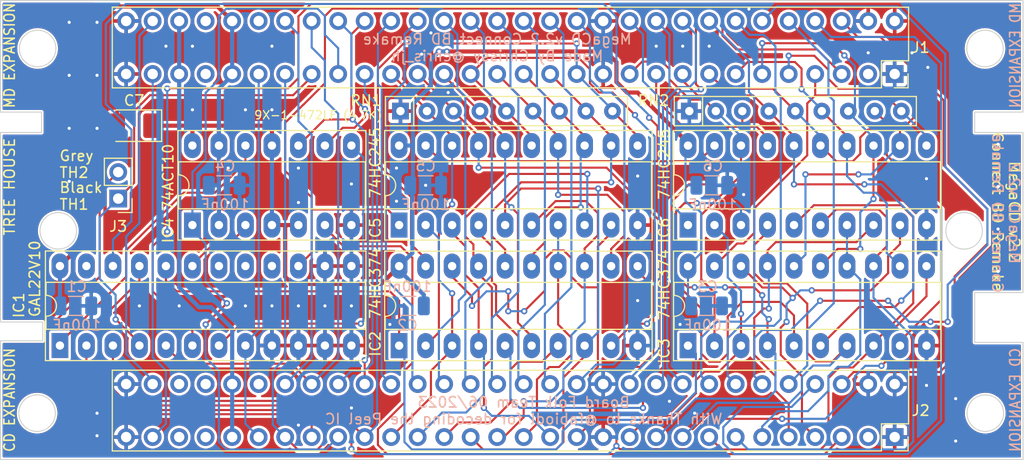
<source format=kicad_pcb>
(kicad_pcb (version 20240108) (generator "pcbnew") (generator_version "8.0")
  (layers (0 "F.Cu" signal) (31 "B.Cu" signal) (34 "B.Paste" user) (35 "F.Paste" user) (36 "B.SilkS" user "B.Silkscreen") (37 "F.SilkS" user "F.Silkscreen") (38 "B.Mask" user) (39 "F.Mask" user) (44 "Edge.Cuts" user))
  (property "DATE" "06/2023")
  (property "PCB_TITLE_1" "MegaCD")
  (property "PCB_TITLE_2" "Connect BD Remake")
  (property "PCB_TITLE_3" "Chrissy @chris_jh")
  (property "PCB_TITLE_4" "Board Folk Team")
  (property "VERSION" "v2.2")
  (net 0 "")
  (net 1 "VCC")
  (net 2 "GND")
  (net 3 "Net-(IC1-I1{slash}CLK)")
  (net 4 "~{FDC}")
  (net 5 "~{ROM}")
  (net 6 "~{RAS2}")
  (net 7 "~{CAS2}")
  (net 8 "~{CAS0}")
  (net 9 "Net-(IC1-I7)")
  (net 10 "FRES")
  (net 14 "Net-(IC1-IO5)")
  (net 15 "TR_OE")
  (net 16 "TR_CP")
  (net 17 "TR_CE")
  (net 18 "TR_DIR")
  (net 19 "/VD15")
  (net 20 "/CD15")
  (net 21 "/CD14")
  (net 22 "/VD14")
  (net 23 "/VD13")
  (net 24 "/CD13")
  (net 25 "/CD12")
  (net 26 "/VD12")
  (net 27 "/VD11")
  (net 28 "/CD11")
  (net 29 "/CD10")
  (net 30 "/VD10")
  (net 31 "/VD9")
  (net 32 "/CD9")
  (net 33 "/CD8")
  (net 34 "/VD8")
  (net 35 "/VD7")
  (net 36 "/CD7")
  (net 37 "/CD6")
  (net 38 "/VD6")
  (net 39 "/VD5")
  (net 40 "/CD5")
  (net 41 "/CD4")
  (net 42 "/VD4")
  (net 43 "/VD3")
  (net 44 "/CD3")
  (net 45 "/CD2")
  (net 46 "/VD2")
  (net 47 "/VD1")
  (net 48 "/CD1")
  (net 49 "/CD0")
  (net 50 "/VD0")
  (net 51 "~{ASEL}")
  (net 52 "~{CDCAS0}")
  (net 53 "~{UWR}")
  (net 54 "~{LWR}")
  (net 56 "/VA1")
  (net 57 "/VA2")
  (net 58 "/VA3")
  (net 59 "/VA4")
  (net 60 "/VA5")
  (net 61 "/VA6")
  (net 62 "/VA7")
  (net 63 "/VA8")
  (net 64 "/VA9")
  (net 65 "/VA10")
  (net 66 "/VA11")
  (net 67 "/VA12")
  (net 68 "/VA13")
  (net 69 "/VA14")
  (net 70 "/VA15")
  (net 71 "/VA16")
  (net 72 "/VA17")
  (net 73 "~{FDWR}")
  (net 77 "+9V")
  (net 78 "SR2")
  (net 79 "SL2")
  (net 81 "~{CDRAS2}")
  (footprint "Package_DIP:DIP-20_W7.62mm_Socket_LongPads" (layer "F.Cu") (at 145.288 94.615 90)
    (property "Reference" "IC5")
    (property "Value" "74HC245")
  )
  (footprint "Package_DIP:DIP-14_W7.62mm_Socket_LongPads" (layer "F.Cu") (at 125.476 94.615 90)
    (property "Reference" "IC4")
    (property "Value" "74ACT10")
  )
  (footprint "Package_DIP:DIP-20_W7.62mm_Socket_LongPads" (layer "F.Cu") (at 172.974 106.172 90)
    (property "Reference" "IC3")
    (property "Value" "74HC374")
  )
  (footprint "Connector_PinHeader_2.54mm:PinHeader_1x02_P2.54mm_Vertical" (layer "F.Cu") (at 118.364 92.08 180)
    (property "Reference" "J3")
    (property "Value" "TREE HOUSE")
  )
  (footprint "Package_DIP:DIP-20_W7.62mm_Socket_LongPads" (layer "F.Cu") (at 145.288 106.172 90)
    (property "Reference" "IC2")
    (property "Value" "74HC374")
  )
  (footprint "Resistor_THT:R_Array_SIP9" (layer "F.Cu") (at 173.101 83.693)
    (property "Reference" "RN2")
    (property "Value" "9X-1-472LF (4.7K)" (hide yes))
  )
  (footprint "MegaCD:PCB-Connector" (layer "F.Cu") (at 192.786 77.597 -90)
    (property "Reference" "J1")
    (property "Value" "MD EXPANSION")
  )
  (footprint "Resistor_THT:R_Array_SIP9" (layer "F.Cu") (at 145.415 83.693)
    (property "Reference" "RN1")
    (property "Value" "9X-1-472LF (4.7K)")
  )
  (footprint "Package_DIP:DIP-24_W7.62mm_Socket_LongPads" (layer "F.Cu") (at 112.776 106.162 90)
    (property "Reference" "IC1")
    (property "Value" "GAL22V10")
  )
  (footprint "Package_DIP:DIP-20_W7.62mm_Socket_LongPads" (layer "F.Cu") (at 172.974 94.615 90)
    (property "Reference" "IC6")
    (property "Value" "74HC245")
  )
  (footprint "MegaCD:PCB-Connector" (layer "F.Cu") (at 192.786 112.395 -90)
    (property "Reference" "J2")
    (property "Value" "CD EXPANSION")
  )
  (footprint "Capacitor_Tantalum_SMD:CP_EIA-3528-12_Kemet-T_Pad1.50x2.35mm_HandSolder" (layer "F.Cu") (at 119.888 85.09 180)
    (property "Reference" "C7")
    (property "Value" "22uF")
  )
  (footprint "Capacitor_SMD:C_1206_3216Metric" (layer "B.Cu") (at 175.26 90.805)
    (property "Reference" "C6")
    (property "Value" "100nF")
  )
  (footprint "Capacitor_SMD:C_1206_3216Metric" (layer "B.Cu") (at 128.524 90.805)
    (property "Reference" "C4")
    (property "Value" "100nF")
  )
  (footprint "Capacitor_SMD:C_1206_3216Metric" (layer "B.Cu") (at 147.828 90.805)
    (property "Reference" "C5")
    (property "Value" "100nF")
  )
  (footprint "Capacitor_SMD:C_1206_3216Metric" (layer "B.Cu") (at 146.177 102.362 180)
    (property "Reference" "C2")
    (property "Value" "100nF")
  )
  (footprint "Capacitor_SMD:C_1206_3216Metric" (layer "B.Cu") (at 114.3 102.362)
    (property "Reference" "C1")
    (property "Value" "100nF")
  )
  (footprint "Capacitor_SMD:C_1206_3216Metric" (layer "B.Cu") (at 174.752 102.362)
    (property "Reference" "C3")
    (property "Value" "100nF")
  )
  (gr_line (start 111.125 103.9042) (end 111.125 105.7076) (stroke (width 0.1)) (layer "Edge.Cuts"))
  (gr_circle (center 110.639 77.6914) (end 112.3916 77.6914) (stroke (width 0.1)) (fill none) (layer "Edge.Cuts"))
  (gr_line (start 107.083 117.094) (end 205.083 117.094) (stroke (width 0.1)) (layer "Edge.Cuts"))
  (gr_line (start 200.4534 105.86) (end 205.0762 105.86) (stroke (width 0.1)) (layer "Edge.Cuts"))
  (gr_line (start 200.4534 101.0848) (end 200.4534 105.86) (stroke (width 0.1)) (layer "Edge.Cuts"))
  (gr_line (start 111.125 105.7076) (end 107.083 105.7076) (stroke (width 0.1)) (layer "Edge.Cuts"))
  (gr_line (start 107.083 103.9042) (end 111.125 103.9042) (stroke (width 0.1)) (layer "Edge.Cuts"))
  (gr_line (start 107.083 83.7874) (end 111.02 83.7874) (stroke (width 0.1)) (layer "Edge.Cuts"))
  (gr_circle (center 110.5882 112.6418) (end 112.3408 112.6418) (stroke (width 0.1)) (fill none) (layer "Edge.Cuts"))
  (gr_line (start 107.083 73.094) (end 107.083 83.7874) (stroke (width 0.1)) (layer "Edge.Cuts"))
  (gr_line (start 200.4534 85.7432) (end 205.0762 85.7432) (stroke (width 0.1)) (layer "Edge.Cuts"))
  (gr_line (start 111.02 85.7432) (end 107.083 85.7432) (stroke (width 0.1)) (layer "Edge.Cuts"))
  (gr_circle (center 201.4694 112.6418) (end 203.222 112.6418) (stroke (width 0.1)) (fill none) (layer "Edge.Cuts"))
  (gr_line (start 200.4534 83.7874) (end 200.4534 85.7432) (stroke (width 0.1)) (layer "Edge.Cuts"))
  (gr_line (start 107.083 85.7432) (end 107.083 103.9042) (stroke (width 0.1)) (layer "Edge.Cuts"))
  (gr_line (start 205.083 73.094) (end 205.0762 83.7874) (stroke (width 0.1)) (layer "Edge.Cuts"))
  (gr_line (start 107.083 105.7076) (end 107.083 117.094) (stroke (width 0.1)) (layer "Edge.Cuts"))
  (gr_circle (center 112.6202 95.1666) (end 114.3728 95.1666) (stroke (width 0.1)) (fill none) (layer "Edge.Cuts"))
  (gr_circle (center 201.444 77.6914) (end 203.1966 77.6914) (stroke (width 0.1)) (fill none) (layer "Edge.Cuts"))
  (gr_line (start 107.083 73.094) (end 205.083 73.094) (stroke (width 0.1)) (layer "Edge.Cuts"))
  (gr_circle (center 199.4374 95.1666) (end 201.19 95.1666) (stroke (width 0.1)) (fill none) (layer "Edge.Cuts"))
  (gr_line (start 205.0762 101.0848) (end 200.4534 101.0848) (stroke (width 0.1)) (layer "Edge.Cuts"))
  (gr_line (start 205.0762 85.7432) (end 205.0762 101.0848) (stroke (width 0.1)) (layer "Edge.Cuts"))
  (gr_line (start 205.0762 83.7874) (end 200.4534 83.7874) (stroke (width 0.1)) (layer "Edge.Cuts"))
  (gr_line (start 111.02 83.7874) (end 111.02 85.7432) (stroke (width 0.1)) (layer "Edge.Cuts"))
  (gr_line (start 205.0762 105.86) (end 205.083 117.094) (stroke (width 0.1)) (layer "Edge.Cuts"))
  (gr_text "${PCB_TITLE_1} ${VERSION} ${PCB_TITLE_2}\nMade By ${PCB_TITLE_3}" (at 154.686 78.994 0) (layer "B.SilkS") (effects (font (size 1 1)) (justify bottom mirror)))
  (gr_text "CD EXPANSION" (at 204.343 111.379 90) (layer "B.SilkS") (effects (font (size 1 0.9)) (justify mirror)))
  (gr_text "${PCB_TITLE_1} ${VERSION}\n${PCB_TITLE_2}" (at 202.057 93.472 270) (layer "B.SilkS") (effects (font (size 1 1)) (justify bottom mirror)))
  (gr_text "MD EXPANSION" (at 204.343 78.359 90) (layer "B.SilkS") (effects (font (size 1 0.9)) (justify mirror)))
  (gr_text "${PCB_TITLE_4} ${DATE}\nWith Thanks to @fabiodl for decoding the Peel IC" (at 157.226 113.792 0) (layer "B.SilkS") (effects (font (size 1 1)) (justify bottom mirror)))
  (gr_text "Grey\nTH2" (at 112.649 90.17 0) (layer "F.SilkS") (effects (font (size 1 1)) (justify left bottom)))
  (gr_text "${PCB_TITLE_1} ${VERSION}\n${PCB_TITLE_2}" (at 202.057 93.345 270) (layer "F.SilkS") (effects (font (size 1 1)) (justify bottom)))
  (gr_text "Black\nTH1" (at 112.649 93.218 0) (layer "F.SilkS") (effects (font (size 1 1)) (justify left bottom)))
  (segment (start 145.288 98.552) (end 143.5798 100.2602) (width 0.4) (layer "F.Cu") (net 1))
  (segment (start 134.366 94.7849) (end 134.5359 94.615) (width 0.4) (layer "F.Cu") (net 1))
  (segment (start 125.476 85.09) (end 125.476 86.995) (width 0.4) (layer "F.Cu") (net 1))
  (segment (start 166.116 80.899) (end 167.132 81.915) (width 0.4) (layer "F.Cu") (net 1))
  (segment (start 115.062 75.057) (end 116.459 73.66) (width 0.4) (layer "F.Cu") (net 1))
  (segment (start 168.148 81.915) (end 172.974 86.741) (width 0.4) (layer "F.Cu") (net 1))
  (segment (start 149.098 77.978) (end 165.1 77.978) (width 0.4) (layer "F.Cu") (net 1))
  (segment (start 172.974 86.9247) (end 172.974 86.995) (width 0.4) (layer "F.Cu") (net 1))
  (segment (start 134.5359 94.615) (end 135.636 94.615) (width 0.4) (layer "F.Cu") (net 1))
  (segment (start 128.016 85.09) (end 132.6944 85.09) (width 0.4) (layer "F.Cu") (net 1))
  (segment (start 115.062 96.256) (end 115.062 75.057) (width 0.4) (layer "F.Cu") (net 1))
  (segment (start 165.1 77.978) (end 166.116 78.994) (width 0.4) (layer "F.Cu") (net 1))
  (segment (start 116.459 73.66) (end 127.889 73.66) (width 0.4) (layer "F.Cu") (net 1))
  (segment (start 132.6944 85.09) (end 133.096 85.4916) (width 0.4) (layer "F.Cu") (net 1))
  (segment (start 128.016 86.995) (end 128.016 85.09) (width 0.4) (layer "F.Cu") (net 1))
  (segment (start 133.096 85.4916) (end 133.096 86.995) (width 0.4) (layer "F.Cu") (net 1))
  (segment (start 172.974 86.741) (end 172.974 86.995) (width 0.4) (layer "F.Cu") (net 1))
  (segment (start 112.776 98.542) (end 115.062 96.256) (width 0.4) (layer "F.Cu") (net 1))
  (segment (start 135.0582 100.2602) (end 134.366 99.568) (width 0.4) (layer "F.Cu") (net 1))
  (segment (start 125.476 85.09) (end 128.016 85.09) (width 0.4) (layer "F.Cu") (net 1))
  (segment (start 121.513001 85.09) (end 125.476 85.09) (width 0.4) (layer "F.Cu") (net 1))
  (segment (start 134.366 99.568) (end 134.366 94.7849) (width 0.4) (layer "F.Cu") (net 1))
  (segment (start 133.096 94.615) (end 134.5359 94.615) (width 0.4) (layer "F.Cu") (net 1))
  (segment (start 167.132 81.915) (end 168.148 81.915) (width 0.4) (layer "F.Cu") (net 1))
  (segment (start 166.116 78.994) (end 166.116 80.899) (width 0.4) (layer "F.Cu") (net 1))
  (segment (start 143.5798 100.2602) (end 135.0582 100.2602) (width 0.4) (layer "F.Cu") (net 1))
  (segment (start 127.889 73.66) (end 129.286 75.057) (width 0.4) (layer "F.Cu") (net 1))
  (via (at 149.098 77.978) (size 0.6) (drill 0.3) (layers "F.Cu" "B.Cu") (net 1))
  (via (at 149.86 77.978) (size 0.6) (drill 0.3) (layers "F.Cu" "B.Cu") (net 1))
  (segment (start 112.776 98.542) (end 112.776 102.313) (width 0.4) (layer "B.Cu") (net 1))
  (segment (start 172.974 86.995) (end 172.7329 87.2361) (width 0.2) (layer "B.Cu") (net 1))
  (segment (start 148.336 81.28) (end 146.615 83.001) (width 0.4) (layer "B.Cu") (net 1))
  (segment (start 172.974 98.552) (end 172.974 102.059) (width 0.2) (layer "B.Cu") (net 1))
  (segment (start 112.776 102.313) (end 112.825 102.362) (width 0.4) (layer "B.Cu") (net 1))
  (segment (start 172.974 98.552) (end 174.244 97.282) (width 0.2) (layer "B.Cu") (net 1))
  (segment (start 133.096 94.615) (end 133.096 86.995) (width 0.4) (layer "B.Cu") (net 1))
  (segment (start 149.86 77.978) (end 149.098 77.978) (width 0.4) (layer "B.Cu") (net 1))
  (segment (start 173.5266 93.1149) (end 172.7329 92.3212) (width 0.2) (layer "B.Cu") (net 1))
  (segment (start 146.615 90.543) (end 146.615 86.995) (width 0.4) (layer "B.Cu") (net 1))
  (segment (start 173.9157 93.1149) (end 173.5266 93.1149) (width 0.2) (layer "B.Cu") (net 1))
  (segment (start 128.016 90.805) (end 127.049 90.805) (width 0.4) (layer "B.Cu") (net 1))
  (segment (start 174.244 97.282) (end 174.244 93.4432) (width 0.2) (layer "B.Cu") (net 1))
  (segment (start 149.098 77.978) (end 148.336 78.74) (width 0.4) (layer "B.Cu") (net 1))
  (segment (start 128.016 86.995) (end 128.016 90.805) (width 0.4) (layer "B.Cu") (net 1))
  (segment (start 145.288 98.552) (end 145.288 98.933) (width 0.4) (layer "B.Cu") (net 1))
  (segment (start 146.558 97.282) (end 146.558 91.01) (width 0.4) (layer "B.Cu") (net 1))
  (segment (start 145.288 98.933) (end 147.652 101.297) (width 0.4) (layer "B.Cu") (net 1))
  (segment (start 128.016 86.995) (end 128.016 81.534) (width 0.4) (layer "B.Cu") (net 1))
  (segment (start 174.244 93.4432) (end 173.9157 93.1149) (width 0.2) (layer "B.Cu") (net 1))
  (segment (start 147.652 101.297) (end 147.652 102.362) (width 0.4) (layer "B.Cu") (net 1))
  (segment (start 146.558 91.01) (end 146.353 90.805) (width 0.4) (layer "B.Cu") (net 1))
  (segment (start 128.016 94.615) (end 128.016 90.805) (width 0.4) (layer "B.Cu") (net 1))
  (segment (start 146.615 83.001) (end 146.615 86.995) (width 0.4) (layer "B.Cu") (net 1))
  (segment (start 172.974 102.059) (end 173.277 102.362) (width 0.2) (layer "B.Cu") (net 1))
  (segment (start 172.7329 90.805) (end 173.785 90.805) (width 0.2) (layer "B.Cu") (net 1))
  (segment (start 146.615 86.995) (end 145.288 86.995) (width 0.4) (layer "B.Cu") (net 1))
  (segment (start 148.336 78.74) (end 148.336 81.28) (width 0.4) (layer "B.Cu") (net 1))
  (segment (start 129.286 80.264) (end 129.286 80.137) (width 0.4) (layer "B.Cu") (net 1))
  (segment (start 129.286 80.137) (end 129.286 75.057) (width 0.4) (layer "B.Cu") (net 1))
  (segment (start 172.7329 87.2361) (end 172.7329 90.805) (width 0.2) (layer "B.Cu") (net 1))
  (segment (start 172.7329 92.3212) (end 172.7329 90.805) (width 0.2) (layer "B.Cu") (net 1))
  (segment (start 145.288 98.552) (end 146.558 97.282) (width 0.4) (layer "B.Cu") (net 1))
  (segment (start 128.016 81.534) (end 129.286 80.264) (width 0.4) (layer "B.Cu") (net 1))
  (segment (start 146.353 90.805) (end 146.615 90.543) (width 0.4) (layer "B.Cu") (net 1))
  (via (at 133.096 102.362) (size 0.6) (drill 0.3) (layers "F.Cu" "B.Cu") (net 2))
  (via (at 202.692 99.06) (size 0.6) (drill 0.3) (layers "F.Cu" "B.Cu") (net 2))
  (via (at 171.196 111.506) (size 0.6) (drill 0.3) (layers "F.Cu" "B.Cu") (net 2))
  (via (at 168.148 89.916) (size 0.6) (drill 0.3) (layers "F.Cu" "B.Cu") (net 2))
  (via (at 194.437 78.105) (size 0.6) (drill 0.3) (layers "F.Cu" "B.Cu") (net 2))
  (via (at 113.665 85.344) (size 0.6) (drill 0.3) (layers "F.Cu" "B.Cu") (net 2))
  (via (at 190.246 78.105) (size 0.6) (drill 0.3) (layers "F.Cu" "B.Cu") (net 2))
  (via (at 130.556 83.566) (size 0.6) (drill 0.3) (layers "F.Cu" "B.Cu") (net 2))
  (via (at 175.006 89.154) (size 0.6) (drill 0.3) (layers "F.Cu" "B.Cu") (net 2))
  (via (at 120.396 102.362) (size 0.6) (drill 0.3) (layers "F.Cu" "B.Cu") (net 2))
  (via (at 144.399 104.14) (size 0.6) (drill 0.3) (layers "F.Cu" "B.Cu") (net 2))
  (via (at 202.692 94.996) (size 0.6) (drill 0.3) (layers "F.Cu" "B.Cu") (net 2))
  (via (at 125.476 77.47) (size 0.6) (drill 0.3) (layers "F.Cu" "B.Cu") (net 2))
  (via (at 140.716 102.362) (size 0.6) (drill 0.3) (layers "F.Cu" "B.Cu") (net 2))
  (via (at 145.034 89.154) (size 0.6) (drill 0.3) (layers "F.Cu" "B.Cu") (net 2))
  (via (at 172.212 104.14) (size 0.6) (drill 0.3) (layers "F.Cu" "B.Cu") (net 2))
  (via (at 178.816 73.914) (size 0.6) (drill 0.3) (layers "F.Cu" "B.Cu") (net 2))
  (via (at 116.332 80.264) (size 0.6) (drill 0.3) (layers "F.Cu" "B.Cu") (net 2))
  (via (at 202.692 90.932) (size 0.6) (drill 0.3) (layers "F.Cu" "B.Cu") (net 2))
  (via (at 195.834 90.17) (size 0.6) (drill 0.3) (layers "F.Cu" "B.Cu") (net 2))
  (via (at 148.336 76.2) (size 0.6) (drill 0.3) (layers "F.Cu" "B.Cu") (net 2))
  (via (at 173.609 112.649) (size 0.6) (drill 0.3) (layers "F.Cu" "B.Cu") (net 2))
  (via (at 122.936 77.47) (size 0.6) (drill 0.3) (layers "F.Cu" "B.Cu") (net 2))
  (via (at 116.332 112.649) (size 0.6) (drill 0.3) (layers "F.Cu" "B.Cu") (net 2))
  (via (at 113.665 80.264) (size 0.6) (drill 0.3) (layers "F.Cu" "B.Cu") (net 2))
  (via (at 116.332 114.808) (size 0.6) (drill 0.3) (layers "F.Cu" "B.Cu") (net 2))
  (via (at 175.006 77.47) (size 0.6) (drill 0.3) (layers "F.Cu" "B.Cu") (net 2))
  (via (at 133.096 83.566) (size 0.6) (drill 0.3) (layers "F.Cu" "B.Cu") (net 2))
  (via (at 178.308 91.694) (size 0.6) (drill 0.3) (layers "F.Cu" "B.Cu") (net 2))
  (via (at 147.447 78.232) (size 0.6) (drill 0.3) (layers "F.Cu" "B.Cu") (net 2))
  (via (at 135.636 92.456) (size 0.6) (drill 0.3) (layers "F.Cu" "B.Cu") (net 2))
  (via (at 135.636 113.792) (size 0.6) (drill 0.3) (layers "F.Cu" "B.Cu") (net 2))
  (via (at 145.034 92.329) (size 0.6) (drill 0.3) (layers "F.Cu" "B.Cu") (net 2))
  (via (at 172.466 77.47) (size 0.6) (drill 0.3) (layers "F.Cu" "B.Cu") (net 2))
  (via (at 195.834 109.982) (size 0.6) (drill 0.3) (layers "F.Cu" "B.Cu") (net 2))
  (via (at 198.628 115.316) (size 0.6) (drill 0.3) (layers "F.Cu" "B.Cu") (net 2))
  (via (at 169.926 77.47) (size 0.6) (drill 0.3) (layers "F.Cu" "B.Cu") (net 2))
  (via (at 149.987 81.915) (size 0.6) (drill 0.3) (layers "F.Cu" "B.Cu") (net 2))
  (via (at 125.476 83.566) (size 0.6) (drill 0.3) (layers "F.Cu" "B.Cu") (net 2))
  (via (at 135.636 89.154) (size 0.6) (drill 0.3) (layers "F.Cu" "B.Cu") (net 2))
  (via (at 116.332 75.184) (size 0.6) (drill 0.3) (layers "F.Cu" "B.Cu") (net 2))
  (via (at 124.206 102.362) (size 0.6) (drill 0.3) (layers "F.Cu" "B.Cu") (net 2))
  (via (at 113.665 75.184) (size 0.6) (drill 0.3) (layers "F.Cu" "B.Cu") (net 2))
  (via (at 140.716 112.141) (size 0.6) (drill 0.3) (layers "F.Cu" "B.Cu") (net 2))
  (via (at 140.716 90.678) (size 0.6) (drill 0.3) (layers "F.Cu" "B.Cu") (net 2))
  (via (at 202.692 86.868) (size 0.6) (drill 0.3) (layers "F.Cu" "B.Cu") (net 2))
  (via (at 130.556 102.362) (size 0.6) (drill 0.3) (layers "F.Cu" "B.Cu") (net 2))
  (via (at 128.905 89.154) (size 0.6) (drill 0.3) (layers "F.Cu" "B.Cu") (net 2))
  (via (at 195.961 79.502) (size 0.6) (drill 0.3) (layers "F.Cu" "B.Cu") (net 2))
  (via (at 128.905 92.456) (size 0.6) (drill 0.3) (layers "F.Cu" "B.Cu") (net 2))
  (via (at 198.628 111.252) (size 0.6) (drill 0.3) (layers "F.Cu" "B.Cu") (net 2))
  (via (at 147.828 90.805) (size 0.6) (drill 0.3) (layers "F.Cu" "B.Cu") (net 2))
  (via (at 133.096 77.47) (size 0.6) (drill 0.3) (layers "F.Cu" "B.Cu") (net 2))
  (via (at 116.332 85.344) (size 0.6) (drill 0.3) (layers "F.Cu" "B.Cu") (net 2))
  (via (at 135.636 102.362) (size 0.6) (drill 0.3) (layers "F.Cu" "B.Cu") (net 2))
  (via (at 168.148 101.854) (size 0.6) (drill 0.3) (layers "F.Cu" "B.Cu") (net 2))
  (via (at 138.176 102.362) (size 0.6) (drill 0.3) (layers "F.Cu" "B.Cu") (net 2))
  (via (at 113.665 90.424) (size 0.6) (drill 0.3) (layers "F.Cu" "B.Cu") (net 2))
  (segment (start 164.846 80.137) (end 164.846 75.057) (width 0.2) (layer "B.Cu") (net 2))
  (segment (start 124.6395 91.5145) (end 127.635 91.5145) (width 0.2) (layer "F.Cu") (net 3))
  (segment (start 119.126 99.568) (end 119.126 97.028) (width 0.2) (layer "F.Cu") (net 3))
  (segment (start 112.776 106.162) (end 112.776 105.918) (width 0.2) (layer "F.Cu") (net 3))
  (segment (start 119.126 97.028) (end 124.6395 91.5145) (width 0.2) (layer "F.Cu") (net 3))
  (segment (start 130.556 88.5935) (end 130.556 86.995) (width 0.2) (layer "F.Cu") (net 3))
  (segment (start 112.776 105.918) (end 119.126 99.568) (width 0.2) (layer "F.Cu") (net 3))
  (segment (start 127.635 91.5145) (end 130.556 88.5935) (width 0.2) (layer "F.Cu") (net 3))
  (segment (start 118.618 112.347) (end 115.316 109.045) (width 0.2) (layer "F.Cu") (net 4))
  (segment (start 138.0961 115.4901) (end 138.0961 113.8391) (width 0.2) (layer "F.Cu") (net 4))
  (segment (start 138.0961 113.8391) (end 136.604 112.347) (width 0.2) (layer "F.Cu") (net 4))
  (segment (start 134.366 114.935) (end 135.5561 116.1251) (width 0.2) (layer "F.Cu") (net 4))
  (segment (start 136.604 112.347) (end 118.618 112.347) (width 0.2) (layer "F.Cu") (net 4))
  (segment (start 135.5561 116.1251) (end 137.4611 116.1251) (width 0.2) (layer "F.Cu") (net 4))
  (segment (start 137.4611 116.1251) (end 138.0961 115.4901) (width 0.2) (layer "F.Cu") (net 4))
  (segment (start 115.316 109.045) (end 115.316 106.162) (width 0.2) (layer "F.Cu") (net 4))
  (segment (start 133.1759 113.7449) (end 133.1759 108.5784) (width 0.2) (layer "B.Cu") (net 4))
  (segment (start 133.1759 108.5784) (end 134.366 107.3883) (width 0.2) (layer "B.Cu") (net 4))
  (segment (start 134.366 107.3883) (end 134.366 80.137) (width 0.2) (layer "B.Cu") (net 4))
  (segment (start 134.366 114.935) (end 133.1759 113.7449) (width 0.2) (layer "B.Cu") (net 4))
  (segment (start 118.999 111.4668) (end 117.856 110.3238) (width 0.2) (layer "F.Cu") (net 5))
  (segment (start 117.856 110.3238) (end 117.856 106.162) (width 0.2) (layer "F.Cu") (net 5))
  (segment (start 141.986 114.935) (end 138.5178 111.4668) (width 0.2) (layer "F.Cu") (net 5))
  (segment (start 138.5178 111.4668) (end 118.999 111.4668) (width 0.2) (layer "F.Cu") (net 5))
  (segment (start 143.1764 113.7446) (end 141.986 114.935) (width 0.2) (layer "B.Cu") (net 5))
  (segment (start 141.986 81.899) (end 143.1764 83.0894) (width 0.2) (layer "B.Cu") (net 5))
  (segment (start 143.1764 83.0894) (end 143.1764 113.7446) (width 0.2) (layer "B.Cu") (net 5))
  (segment (start 141.986 80.137) (end 141.986 81.899) (width 0.2) (layer "B.Cu") (net 5))
  (segment (start 119.888 83.693) (end 119.888 90.556) (width 0.2) (layer "F.Cu") (net 6))
  (segment (start 118.1397 103.6617) (end 120.396 105.918) (width 0.2) (layer "F.Cu") (net 6))
  (segment (start 118.1153 103.6617) (end 118.1397 103.6617) (width 0.2) (layer "F.Cu") (net 6))
  (segment (start 121.412 82.169) (end 119.888 83.693) (width 0.2) (layer "F.Cu") (net 6))
  (segment (start 135.128 82.169) (end 121.412 82.169) (width 0.2) (layer "F.Cu") (net 6))
  (segment (start 136.906 80.137) (end 136.906 80.391) (width 0.2) (layer "F.Cu") (net 6))
  (segment (start 120.396 105.918) (end 120.396 106.162) (width 0.2) (layer "F.Cu") (net 6))
  (segment (start 136.906 80.391) (end 135.128 82.169) (width 0.2) (layer "F.Cu") (net 6))
  (segment (start 119.888 90.556) (end 118.364 92.08) (width 0.2) (layer "F.Cu") (net 6))
  (via (at 118.1153 103.6617) (size 0.6) (drill 0.3) (layers "F.Cu" "B.Cu") (net 6))
  (segment (start 118.364 92.08) (end 116.586 93.858) (width 0.2) (layer "B.Cu") (net 6))
  (segment (start 116.586 93.858) (end 116.586 99.7719) (width 0.2) (layer "B.Cu") (net 6))
  (segment (start 116.586 99.7719) (end 118.1153 101.3012) (width 0.2) (layer "B.Cu") (net 6))
  (segment (start 118.1153 101.3012) (end 118.1153 103.6617) (width 0.2) (layer "B.Cu") (net 6))
  (segment (start 124.5418 107.9048) (end 122.936 106.299) (width 0.2) (layer "F.Cu") (net 7))
  (segment (start 136.906 109.855) (end 134.9558 107.9048) (width 0.2) (layer "F.Cu") (net 7))
  (segment (start 122.936 106.299) (end 122.936 106.162) (width 0.2) (layer "F.Cu") (net 7))
  (segment (start 134.9558 107.9048) (end 124.5418 107.9048) (width 0.2) (layer "F.Cu") (net 7))
  (segment (start 139.446 107.315) (end 139.446 83.9342) (width 0.2) (layer "B.Cu") (net 7))
  (segment (start 136.906 109.855) (end 139.446 107.315) (width 0.2) (layer "B.Cu") (net 7))
  (segment (start 138.176 78.8616) (end 136.906 77.5916) (width 0.2) (layer "B.Cu") (net 7))
  (segment (start 136.906 77.5916) (end 136.906 75.057) (width 0.2) (layer "B.Cu") (net 7))
  (segment (start 138.176 82.6642) (end 138.176 78.8616) (width 0.2) (layer "B.Cu") (net 7))
  (segment (start 139.446 83.9342) (end 138.176 82.6642) (width 0.2) (layer "B.Cu") (net 7))
  (segment (start 121.666 100.965) (end 121.666 96.6385) (width 0.2) (layer "F.Cu") (net 8))
  (segment (start 185.3557 77.7867) (end 187.706 80.137) (width 0.2) (layer "F.Cu") (net 8))
  (segment (start 125.476 104.775) (end 121.666 100.965) (width 0.2) (layer "F.Cu") (net 8))
  (segment (start 123.063 81.534) (end 123.1031 81.4939) (width 0.2) (layer "F.Cu") (net 8))
  (segment (start 177.6087 77.7867) (end 185.3557 77.7867) (width 0.2) (layer "F.Cu") (net 8))
  (segment (start 135.636 74.6169) (end 136.8261 73.4268) (width 0.2) (layer "F.Cu") (net 8))
  (segment (start 176.276 76.454) (end 177.6087 77.7867) (width 0.2) (layer "F.Cu") (net 8))
  (segment (start 175.387 73.4268) (end 176.276 74.3158) (width 0.2) (layer "F.Cu") (net 8))
  (segment (start 135.636 80.525) (end 135.636 74.6169) (width 0.2) (layer "F.Cu") (net 8))
  (segment (start 134.6671 81.4939) (end 135.636 80.525) (width 0.2) (layer "F.Cu") (net 8))
  (segment (start 123.1031 81.4939) (end 134.6671 81.4939) (width 0.2) (layer "F.Cu") (net 8))
  (segment (start 125.476 106.162) (end 125.476 104.775) (width 0.2) (layer "F.Cu") (net 8))
  (segment (start 136.8261 73.4268) (end 175.387 73.4268) (width 0.2) (layer "F.Cu") (net 8))
  (segment (start 121.666 96.6385) (end 123.063 95.2415) (width 0.2) (layer "F.Cu") (net 8))
  (segment (start 176.276 74.3158) (end 176.276 76.454) (width 0.2) (layer "F.Cu") (net 8))
  (via (at 123.063 95.2415) (size 0.6) (drill 0.3) (layers "F.Cu" "B.Cu") (net 8))
  (via (at 123.063 81.534) (size 0.6) (drill 0.3) (layers "F.Cu" "B.Cu") (net 8))
  (segment (start 123.063 81.534) (end 123.063 95.2415) (width 0.2) (layer "B.Cu") (net 8))
  (segment (start 128.026 106.162) (end 128.016 106.162) (width 0.2) (layer "F.Cu") (net 9))
  (segment (start 130.1262 104.0618) (end 128.026 106.162) (width 0.2) (layer "F.Cu") (net 9))
  (segment (start 141.6161 104.0618) (end 130.1262 104.0618) (width 0.2) (layer "F.Cu") (net 9))
  (via (at 141.6161 104.0618) (size 0.6) (drill 0.3) (layers "F.Cu" "B.Cu") (net 9))
  (segment (start 141.8561 88.1351) (end 140.716 86.995) (width 0.2) (layer "B.Cu") (net 9))
  (segment (start 141.8561 103.8218) (end 141.8561 88.1351) (width 0.2) (layer "B.Cu") (net 9))
  (segment (start 141.6161 104.0618) (end 141.8561 103.8218) (width 0.2) (layer "B.Cu") (net 9))
  (segment (start 130.556 105.918) (end 131.826 104.648) (width 0.2) (layer "B.Cu") (net 10))
  (segment (start 130.556 113.665) (end 131.826 114.935) (width 0.2) (layer "B.Cu") (net 10))
  (segment (start 130.556 106.162) (end 130.556 113.665) (width 0.2) (layer "B.Cu") (net 10))
  (segment (start 131.826 104.648) (end 131.826 80.137) (width 0.2) (layer "B.Cu") (net 10))
  (segment (start 130.556 106.162) (end 130.556 105.918) (width 0.2) (layer "B.Cu") (net 10))
  (segment (start 125.476 98.425) (end 127.3225 96.5785) (width 0.2) (layer "F.Cu") (net 14))
  (segment (start 130.556 94.869) (end 130.556 94.615) (width 0.2) (layer "F.Cu") (net 14))
  (segment (start 125.476 98.542) (end 125.476 98.425) (width 0.2) (layer "F.Cu") (net 14))
  (segment (start 128.8465 96.5785) (end 130.556 94.869) (width 0.2) (layer "F.Cu") (net 14))
  (segment (start 127.3225 96.5785) (end 128.8465 96.5785) (width 0.2) (layer "F.Cu") (net 14))
  (segment (start 122.936 99.949) (end 122.936 98.542) (width 0.2) (layer "F.Cu") (net 15))
  (segment (start 145.288 106.172) (end 145.288 101.854) (width 0.2) (layer "F.Cu") (net 15))
  (segment (start 145.288 101.854) (end 144.399 100.965) (width 0.2) (layer "F.Cu") (net 15))
  (segment (start 144.399 100.965) (end 123.952 100.965) (width 0.2) (layer "F.Cu") (net 15))
  (segment (start 123.952 100.965) (end 122.936 99.949) (width 0.2) (layer "F.Cu") (net 15))
  (segment (start 146.5109 116.1251) (end 160.3211 116.1251) (width 0.2) (layer "B.Cu") (net 15))
  (segment (start 145.796 115.4102) (end 146.5109 116.1251) (width 0.2) (layer "B.Cu") (net 15))
  (segment (start 162.0513 113.2847) (end 171.0683 113.2847) (width 0.2) (layer "B.Cu") (net 15))
  (segment (start 171.0683 113.2847) (end 173.736 110.617) (width 0.2) (layer "B.Cu") (net 15))
  (segment (start 160.9561 114.3799) (end 162.0513 113.2847) (width 0.2) (layer "B.Cu") (net 15))
  (segment (start 173.736 110.617) (end 173.736 106.934) (width 0.2) (layer "B.Cu") (net 15))
  (segment (start 145.288 106.172) (end 145.796 106.68) (width 0.2) (layer "B.Cu") (net 15))
  (segment (start 160.3211 116.1251) (end 160.9561 115.4901) (width 0.2) (layer "B.Cu") (net 15))
  (segment (start 145.796 106.68) (end 145.796 115.4102) (width 0.2) (layer "B.Cu") (net 15))
  (segment (start 173.736 106.934) (end 172.974 106.172) (width 0.2) (layer "B.Cu") (net 15))
  (segment (start 160.9561 115.4901) (end 160.9561 114.3799) (width 0.2) (layer "B.Cu") (net 15))
  (segment (start 169.6482 100.5602) (end 168.148 99.06) (width 0.2) (layer "F.Cu") (net 16))
  (segment (start 173.736 114.5019) (end 173.736 115.3702) (width 0.2) (layer "F.Cu") (net 16))
  (segment (start 169.6482 106.9578) (end 169.6482 100.5602) (width 0.2) (layer "F.Cu") (net 16))
  (segment (start 195.834 101.4367) (end 195.834 98.552) (width 0.2) (layer "F.Cu") (net 16))
  (segment (start 168.402 108.204) (end 169.6482 106.9578) (width 0.2) (layer "F.Cu") (net 16))
  (segment (start 167.3318 108.204) (end 168.402 108.204) (width 0.2) (layer "F.Cu") (net 16))
  (segment (start 173.0211 116.0851) (end 166.416 116.0851) (width 0.2) (layer "F.Cu") (net 16))
  (segment (start 192.024 105.2467) (end 195.834 101.4367) (width 0.2) (layer "F.Cu") (net 16))
  (segment (start 140.716 114.4938) (end 138.1291 111.9069) (width 0.2) (layer "F.Cu") (net 16))
  (segment (start 191.516 108.1054) (end 192.024 107.5974) (width 0.2) (layer "F.Cu") (net 16))
  (segment (start 166.116 115.7851) (end 166.116 109.4198) (width 0.2) (layer "F.Cu") (net 16))
  (segment (start 118.7479 111.9069) (end 116.586 109.745) (width 0.2) (layer "F.Cu") (net 16))
  (segment (start 166.416 116.0851) (end 166.116 115.7851) (width 0.2) (layer "F.Cu") (net 16))
  (segment (start 140.716 116.078) (end 140.716 114.4938) (width 0.2) (layer "F.Cu") (net 16))
  (segment (start 116.586 109.745) (end 116.586 103.759) (width 0.2) (layer "F.Cu") (net 16))
  (segment (start 120.396 99.949) (end 120.396 98.542) (width 0.2) (layer "F.Cu") (net 16))
  (segment (start 168.148 99.06) (end 168.148 98.552) (width 0.2) (layer "F.Cu") (net 16))
  (segment (start 181.991 113.1848) (end 175.0531 113.1848) (width 0.2) (layer "F.Cu") (net 16))
  (segment (start 192.024 107.5974) (end 192.024 105.2467) (width 0.2) (layer "F.Cu") (net 16))
  (segment (start 175.0531 113.1848) (end 173.736 114.5019) (width 0.2) (layer "F.Cu") (net 16))
  (segment (start 138.1291 111.9069) (end 118.7479 111.9069) (width 0.2) (layer "F.Cu") (net 16))
  (segment (start 166.116 109.4198) (end 167.3318 108.204) (width 0.2) (layer "F.Cu") (net 16))
  (segment (start 173.736 115.3702) (end 173.0211 116.0851) (width 0.2) (layer "F.Cu") (net 16))
  (segment (start 116.586 103.759) (end 120.396 99.949) (width 0.2) (layer "F.Cu") (net 16))
  (via (at 166.116 115.7851) (size 0.6) (drill 0.3) (layers "F.Cu" "B.Cu") (net 16))
  (via (at 181.991 113.1848) (size 0.6) (drill 0.3) (layers "F.Cu" "B.Cu") (net 16))
  (via (at 191.516 108.1054) (size 0.6) (drill 0.3) (layers "F.Cu" "B.Cu") (net 16))
  (via (at 140.716 116.078) (size 0.6) (drill 0.3) (layers "F.Cu" "B.Cu") (net 16))
  (segment (start 186.1542 113.1848) (end 188.976 110.363) (width 0.2) (layer "B.Cu") (net 16))
  (segment (start 188.976 109.093) (end 189.9636 108.1054) (width 0.2) (layer "B.Cu") (net 16))
  (segment (start 188.976 110.363) (end 188.976 109.093) (width 0.2) (layer "B.Cu") (net 16))
  (segment (start 185.801 113.1848) (end 181.991 113.1848) (width 0.2) (layer "B.Cu") (net 16))
  (segment (start 166.116 115.7851) (end 165.3359 116.5652) (width 0.2) (layer "B.Cu") (net 16))
  (segment (start 165.3359 116.5652) (end 141.2032 116.5652) (width 0.2) (layer "B.Cu") (net 16))
  (segment (start 185.801 113.1848) (end 186.1542 113.1848) (width 0.2) (layer "B.Cu") (net 16))
  (segment (start 141.2032 116.5652) (end 140.716 116.078) (width 0.2) (layer "B.Cu") (net 16))
  (segment (start 189.9636 108.1054) (end 191.516 108.1054) (width 0.2) (layer "B.Cu") (net 16))
  (segment (start 149.3281 88.4951) (end 147.828 86.995) (width 0.2) (layer "F.Cu") (net 17))
  (segment (start 170.053 85.1329) (end 170.053 88.4951) (width 0.2) (layer "F.Cu") (net 17))
  (segment (start 174.0139 88.4951) (end 175.514 86.995) (width 0.2) (layer "F.Cu") (net 17))
  (segment (start 169.2481 84.328) (end 170.053 85.1329) (width 0.2) (layer "F.Cu") (net 17))
  (segment (start 170.053 88.4951) (end 174.0139 88.4951) (width 0.2) (layer "F.Cu") (net 17))
  (segment (start 169.2481 88.4951) (end 170.053 88.4951) (width 0.2) (layer "F.Cu") (net 17))
  (segment (start 169.2481 88.4951) (end 149.3281 88.4951) (width 0.2) (layer "F.Cu") (net 17))
  (via (at 169.2481 84.328) (size 0.6) (drill 0.3) (layers "F.Cu" "B.Cu") (net 17))
  (segment (start 117.1739 75.3318) (end 117.1739 83.0109) (width 0.2) (layer "B.Cu") (net 17))
  (segment (start 119.634 94.234) (end 117.856 96.012) (width 0.2) (layer "B.Cu") (net 17))
  (segment (start 117.856 96.012) (end 117.856 98.542) (width 0.2) (layer "B.Cu") (net 17))
  (segment (start 166.116 80.9625) (end 166.116 74.6497) (width 0.2) (layer "B.Cu") (net 17))
  (segment (start 119.634 85.471) (end 119.634 94.234) (width 0.2) (layer "B.Cu") (net 17))
  (segment (start 169.2481 84.0946) (end 166.116 80.9625) (width 0.2) (layer "B.Cu") (net 17))
  (segment (start 117.1739 83.0109) (end 119.634 85.471) (width 0.2) (layer "B.Cu") (net 17))
  (segment (start 164.8931 73.4268) (end 119.0789 73.4268) (width 0.2) (layer "B.Cu") (net 17))
  (segment (start 119.0789 73.4268) (end 117.1739 75.3318) (width 0.2) (layer "B.Cu") (net 17))
  (segment (start 169.2481 84.328) (end 169.2481 84.0946) (width 0.2) (layer "B.Cu") (net 17))
  (segment (start 166.116 74.6497) (end 164.8931 73.4268) (width 0.2) (layer "B.Cu") (net 17))
  (segment (start 136.906 97.272) (end 136.906 93.1149) (width 0.2) (layer "F.Cu") (net 18))
  (segment (start 144.1689 93.1149) (end 145.288 94.234) (width 0.2) (layer "F.Cu") (net 18))
  (segment (start 136.906 91.9647) (end 136.906 93.1149) (width 0.2) (layer "F.Cu") (net 18))
  (segment (start 145.288 94.234) (end 145.288 94.615) (width 0.2) (layer "F.Cu") (net 18))
  (segment (start 134.366 84.8117) (end 134.366 89.4247) (width 0.2) (layer "F.Cu") (net 18))
  (segment (start 138.176 74.5818) (end 138.176 81.0152) (width 0.2) (layer "F.Cu") (net 18))
  (segment (start 173.736 74.6218) (end 172.9811 73.8669) (width 0.2) (layer "F.Cu") (net 18))
  (segment (start 136.0834 83.0943) (end 134.366 84.8117) (width 0.2) (layer "F.Cu") (net 18))
  (segment (start 138.8909 73.8669) (end 138.176 74.5818) (width 0.2) (layer "F.Cu") (net 18))
  (segment (start 136.906 93.1149) (end 144.1689 93.1149) (width 0.2) (layer "F.Cu") (net 18))
  (segment (start 172.9811 73.8669) (end 138.8909 73.8669) (width 0.2) (layer "F.Cu") (net 18))
  (segment (start 134.366 89.4247) (end 136.906 91.9647) (width 0.2) (layer "F.Cu") (net 18))
  (segment (start 173.736 81.1125) (end 173.736 74.6218) (width 0.2) (layer "F.Cu") (net 18))
  (segment (start 136.0969 83.0943) (end 136.0834 83.0943) (width 0.2) (layer "F.Cu") (net 18))
  (segment (start 138.176 81.0152) (end 136.0969 83.0943) (width 0.2) (layer "F.Cu") (net 18))
  (segment (start 135.636 98.542) (end 136.906 97.272) (width 0.2) (layer "F.Cu") (net 18))
  (segment (start 174.2162 81.5927) (end 173.736 81.1125) (width 0.2) (layer "F.Cu") (net 18))
  (via (at 174.2162 81.5927) (size 0.6) (drill 0.3) (layers "F.Cu" "B.Cu") (net 18))
  (segment (start 172.974 94.615) (end 172.974 94.234) (width 0.2) (layer "B.Cu") (net 18))
  (segment (start 171.38 92.64) (end 171.38 82.677686) (width 0.2) (layer "B.Cu") (net 18))
  (segment (start 174.0209 81.788) (end 174.2162 81.5927) (width 0.2) (layer "B.Cu") (net 18))
  (segment (start 171.38 82.677686) (end 172.269686 81.788) (width 0.2) (layer "B.Cu") (net 18))
  (segment (start 172.269686 81.788) (end 174.0209 81.788) (width 0.2) (layer "B.Cu") (net 18))
  (segment (start 172.974 94.234) (end 171.38 92.64) (width 0.2) (layer "B.Cu") (net 18))
  (segment (start 149.098 93.8848) (end 149.098 104.902) (width 0.2) (layer "F.Cu") (net 19))
  (segment (start 150.368 92.6148) (end 149.098 93.8848) (width 0.2) (layer "F.Cu") (net 19))
  (segment (start 150.368 86.106) (end 150.368 86.995) (width 0.2) (layer "F.Cu") (net 19))
  (segment (start 147.955 83.693) (end 150.368 86.106) (width 0.2) (layer "F.Cu") (net 19))
  (segment (start 147.955 83.566) (end 144.526 80.137) (width 0.2) (layer "F.Cu") (net 19))
  (segment (start 149.098 104.902) (end 147.828 106.172) (width 0.2) (layer "F.Cu") (net 19))
  (segment (start 147.955 83.693) (end 147.955 83.566) (width 0.2) (layer "F.Cu") (net 19))
  (via (at 150.368 92.6148) (size 0.6) (drill 0.3) (layers "F.Cu" "B.Cu") (net 19))
  (segment (start 150.368 86.995) (end 150.368 92.6148) (width 0.2) (layer "B.Cu") (net 19))
  (segment (start 150.368 106.172) (end 150.368 106.553) (width 0.2) (layer "F.Cu") (net 20))
  (segment (start 148.336 108.585) (end 148.336 111.125) (width 0.2) (layer "F.Cu") (net 20))
  (segment (start 148.336 111.125) (end 144.526 114.935) (width 0.2) (layer "F.Cu") (net 20))
  (segment (start 150.368 106.553) (end 148.336 108.585) (width 0.2) (layer "F.Cu") (net 20))
  (segment (start 150.368 106.172) (end 150.368 101.1609) (width 0.2) (layer "F.Cu") (net 20))
  (via (at 150.368 101.1609) (size 0.6) (drill 0.3) (layers "F.Cu" "B.Cu") (net 20))
  (segment (start 149.098 95.885) (end 147.828 94.615) (width 0.2) (layer "B.Cu") (net 20))
  (segment (start 149.098 99.8909) (end 149.098 95.885) (width 0.2) (layer "B.Cu") (net 20))
  (segment (start 150.368 101.1609) (end 149.098 99.8909) (width 0.2) (layer "B.Cu") (net 20))
  (segment (start 151.638 96.647) (end 150.368 95.377) (width 0.2) (layer "F.Cu") (net 21))
  (segment (start 151.638 99.3961) (end 151.638 96.647) (width 0.2) (layer "F.Cu") (net 21))
  (segment (start 152.908 106.172) (end 152.908 100.6661) (width 0.2) (layer "F.Cu") (net 21))
  (segment (start 152.908 100.6661) (end 151.638 99.3961) (width 0.2) (layer "F.Cu") (net 21))
  (segment (start 150.368 95.377) (end 150.368 94.615) (width 0.2) (layer "F.Cu") (net 21))
  (segment (start 151.7024 112.5846) (end 149.4164 112.5846) (width 0.2) (layer "B.Cu") (net 21))
  (segment (start 153.416 106.68) (end 153.416 110.871) (width 0.2) (layer "B.Cu") (net 21))
  (segment (start 152.908 106.172) (end 153.416 106.68) (width 0.2) (layer "B.Cu") (net 21))
  (segment (start 149.4164 112.5846) (end 147.066 114.935) (width 0.2) (layer "B.Cu") (net 21))
  (segment (start 153.416 110.871) (end 151.7024 112.5846) (width 0.2) (layer "B.Cu") (net 21))
  (segment (start 165.1683 89.1143) (end 152.908 89.1143) (width 0.2) (layer "F.Cu") (net 22))
  (segment (start 168.656 112.141) (end 168.656 109.498654) (width 0.2) (layer "F.Cu") (net 22))
  (segment (start 152.908 86.106) (end 152.908 86.995) (width 0.2) (layer "F.Cu") (net 22))
  (segment (start 147.066 80.137) (end 150.495 83.566) (width 0.2) (layer "F.Cu") (net 22))
  (segment (start 150.495 83.566) (end 150.495 83.693) (width 0.2) (layer "F.Cu") (net 22))
  (segment (start 150.495 83.693) (end 152.908 86.106) (width 0.2) (layer "F.Cu") (net 22))
  (segment (start 168.656 109.498654) (end 170.2483 107.906354) (width 0.2) (layer "F.Cu") (net 22))
  (segment (start 170.2483 107.906354) (end 170.2483 94.1943) (width 0.2) (layer "F.Cu") (net 22))
  (segment (start 170.2483 94.1943) (end 165.1683 89.1143) (width 0.2) (layer "F.Cu") (net 22))
  (via (at 168.656 112.141) (size 0.6) (drill 0.3) (layers "F.Cu" "B.Cu") (net 22))
  (via (at 152.908 89.1143) (size 0.6) (drill 0.3) (layers "F.Cu" "B.Cu") (net 22))
  (segment (start 168.656 112.141) (end 156.845 112.141) (width 0.2) (layer "B.Cu") (net 22))
  (segment (start 155.956 106.68) (end 155.448 106.172) (width 0.2) (layer "B.Cu") (net 22))
  (segment (start 152.908 86.995) (end 152.908 89.1143) (width 0.2) (layer "B.Cu") (net 22))
  (segment (start 156.845 112.141) (end 155.956 111.252) (width 0.2) (layer "B.Cu") (net 22))
  (segment (start 155.956 111.252) (end 155.956 106.68) (width 0.2) (layer "B.Cu") (net 22))
  (segment (start 153.035 83.693) (end 152.9715 83.693) (width 0.2) (layer "F.Cu") (net 23))
  (segment (start 149.606 80.3275) (end 149.606 80.137) (width 0.2) (layer "F.Cu") (net 23))
  (segment (start 155.448 86.995) (end 155.448 86.233) (width 0.2) (layer "F.Cu") (net 23))
  (segment (start 153.035 83.82) (end 153.035 83.693) (width 0.2) (layer "F.Cu") (net 23))
  (segment (start 156.6751 93.5419) (end 156.6751 103.9701) (width 0.2) (layer "F.Cu") (net 23))
  (segment (start 156.6751 103.9701) (end 157.988 105.283) (width 0.2) (layer "F.Cu") (net 23))
  (segment (start 155.448 86.233) (end 153.035 83.82) (width 0.2) (layer "F.Cu") (net 23))
  (segment (start 156.0481 92.9149) (end 156.6751 93.5419) (width 0.2) (layer "F.Cu") (net 23))
  (segment (start 157.988 105.283) (end 157.988 106.172) (width 0.2) (layer "F.Cu") (net 23))
  (segment (start 152.9715 83.693) (end 149.606 80.3275) (width 0.2) (layer "F.Cu") (net 23))
  (via (at 156.0481 92.9149) (size 0.6) (drill 0.3) (layers "F.Cu" "B.Cu") (net 23))
  (segment (start 155.448 86.995) (end 155.448 92.3148) (width 0.2) (layer "B.Cu") (net 23))
  (segment (start 155.448 92.3148) (end 156.0481 92.9149) (width 0.2) (layer "B.Cu") (net 23))
  (segment (start 152.908 95.377) (end 154.178 96.647) (width 0.2) (layer "F.Cu") (net 24))
  (segment (start 154.051 113.538) (end 155.956 111.633) (width 0.2) (layer "F.Cu") (net 24))
  (segment (start 156.718 105.283) (end 156.718 107.696) (width 0.2) (layer "F.Cu") (net 24))
  (segment (start 156.718 107.696) (end 156.7019 107.7121) (width 0.2) (layer "F.Cu") (net 24))
  (segment (start 154.578 103.143) (end 156.718 105.283) (width 0.2) (layer "F.Cu") (net 24))
  (segment (start 156.7019 107.7121) (end 158.9879 107.7121) (width 0.2) (layer "F.Cu") (net 24))
  (segment (start 154.578 100.418314) (end 154.578 103.143) (width 0.2) (layer "F.Cu") (net 24))
  (segment (start 151.003 113.538) (end 154.051 113.538) (width 0.2) (layer "F.Cu") (net 24))
  (segment (start 154.178 96.647) (end 154.178 100.018314) (width 0.2) (layer "F.Cu") (net 24))
  (segment (start 158.9879 107.7121) (end 160.528 106.172) (width 0.2) (layer "F.Cu") (net 24))
  (segment (start 152.908 94.615) (end 152.908 95.377) (width 0.2) (layer "F.Cu") (net 24))
  (segment (start 155.956 111.633) (end 155.956 108.458) (width 0.2) (layer "F.Cu") (net 24))
  (segment (start 155.956 108.458) (end 156.7019 107.7121) (width 0.2) (layer "F.Cu") (net 24))
  (segment (start 154.178 100.018314) (end 154.578 100.418314) (width 0.2) (layer "F.Cu") (net 24))
  (segment (start 149.606 114.935) (end 151.003 113.538) (width 0.2) (layer "F.Cu") (net 24))
  (segment (start 164.3681 91.1146) (end 156.972 91.1146) (width 0.2) (layer "F.Cu") (net 25))
  (segment (start 161.036 115.4102) (end 160.3211 116.1251) (width 0.2) (layer "F.Cu") (net 25))
  (segment (start 153.3361 116.1251) (end 152.146 114.935) (width 0.2) (layer "F.Cu") (net 25))
  (segment (start 160.3211 116.1251) (end 153.3361 116.1251) (width 0.2) (layer "F.Cu") (net 25))
  (segment (start 156.972 91.1146) (end 155.448 92.6386) (width 0.2) (layer "F.Cu") (net 25))
  (segment (start 155.448 92.6386) (end 155.448 94.615) (width 0.2) (layer "F.Cu") (net 25))
  (segment (start 163.068 107.188) (end 161.036 109.22) (width 0.2) (layer "F.Cu") (net 25))
  (segment (start 161.036 109.22) (end 161.036 115.4102) (width 0.2) (layer "F.Cu") (net 25))
  (segment (start 163.068 106.172) (end 163.068 107.188) (width 0.2) (layer "F.Cu") (net 25))
  (via (at 164.3681 91.1146) (size 0.6) (drill 0.3) (layers "F.Cu" "B.Cu") (net 25))
  (segment (start 164.3681 104.8719) (end 164.3681 91.1146) (width 0.2) (layer "B.Cu") (net 25))
  (segment (start 163.068 106.172) (end 164.3681 104.8719) (width 0.2) (layer "B.Cu") (net 25))
  (segment (start 157.988 86.106) (end 157.988 86.995) (width 0.2) (layer "F.Cu") (net 26))
  (segment (start 163.576 79.6752) (end 162.4921 78.5913) (width 0.2) (layer "F.Cu") (net 26))
  (segment (start 164.465 81.915) (end 163.576 81.026) (width 0.2) (layer "F.Cu") (net 26))
  (segment (start 152.146 80.137) (end 152.146 80.264) (width 0.2) (layer "F.Cu") (net 26))
  (segment (start 165.735 81.915) (end 164.465 81.915) (width 0.2) (layer "F.Cu") (net 26))
  (segment (start 169.0481 104.0718) (end 167.7082 104.0718) (width 0.2) (layer "F.Cu") (net 26))
  (segment (start 163.576 81.026) (end 163.576 79.6752) (width 0.2) (layer "F.Cu") (net 26))
  (segment (start 162.4921 78.5913) (end 153.6917 78.5913) (width 0.2) (layer "F.Cu") (net 26))
  (segment (start 153.6917 78.5913) (end 152.146 80.137) (width 0.2) (layer "F.Cu") (net 26))
  (segment (start 155.575 83.693) (end 157.988 86.106) (width 0.2) (layer "F.Cu") (net 26))
  (segment (start 167.7082 104.0718) (end 165.608 106.172) (width 0.2) (layer "F.Cu") (net 26))
  (segment (start 167.894 84.074) (end 165.735 81.915) (width 0.2) (layer "F.Cu") (net 26))
  (segment (start 152.146 80.264) (end 155.575 83.693) (width 0.2) (layer "F.Cu") (net 26))
  (via (at 169.0481 104.0718) (size 0.6) (drill 0.3) (layers "F.Cu" "B.Cu") (net 26))
  (via (at 167.894 84.074) (size 0.6) (drill 0.3) (layers "F.Cu" "B.Cu") (net 26))
  (segment (start 169.78 86.113) (end 169.78 103.27) (width 0.2) (layer "B.Cu") (net 26))
  (segment (start 169.0481 104.0019) (end 169.0481 104.0718) (width 0.2) (layer "B.Cu") (net 26))
  (segment (start 167.894 84.074) (end 167.894 84.227) (width 0.2) (layer "B.Cu") (net 26))
  (segment (start 167.894 84.227) (end 169.78 86.113) (width 0.2) (layer "B.Cu") (net 26))
  (segment (start 169.78 103.27) (end 169.0481 104.0019) (width 0.2) (layer "B.Cu") (net 26))
  (segment (start 160.528 86.106) (end 158.115 83.693) (width 0.2) (layer "F.Cu") (net 27))
  (segment (start 158.115 83.566) (end 154.686 80.137) (width 0.2) (layer "F.Cu") (net 27))
  (segment (start 160.528 91.7147) (end 165.2477 91.7147) (width 0.2) (layer "F.Cu") (net 27))
  (segment (start 165.608 96.901) (end 165.608 98.552) (width 0.2) (layer "F.Cu") (net 27))
  (segment (start 165.2477 91.7147) (end 166.878 93.345) (width 0.2) (layer "F.Cu") (net 27))
  (segment (start 166.878 93.345) (end 166.878 95.631) (width 0.2) (layer "F.Cu") (net 27))
  (segment (start 160.528 86.995) (end 160.528 86.106) (width 0.2) (layer "F.Cu") (net 27))
  (segment (start 158.115 83.693) (end 158.115 83.566) (width 0.2) (layer "F.Cu") (net 27))
  (segment (start 166.878 95.631) (end 165.608 96.901) (width 0.2) (layer "F.Cu") (net 27))
  (via (at 160.528 91.7147) (size 0.6) (drill 0.3) (layers "F.Cu" "B.Cu") (net 27))
  (segment (start 160.528 86.995) (end 160.528 91.7147) (width 0.2) (layer "B.Cu") (net 27))
  (segment (start 157.226 113.03) (end 155.321 114.935) (width 0.2) (layer "F.Cu") (net 28))
  (segment (start 163.068 98.552) (end 163.068 96.857025) (width 0.2) (layer "F.Cu") (net 28))
  (segment (start 157.226 111.506) (end 157.226 113.03) (width 0.2) (layer "F.Cu") (net 28))
  (segment (start 155.321 114.935) (end 154.686 114.935) (width 0.2) (layer "F.Cu") (net 28))
  (segment (start 163.068 96.857025) (end 164.338 95.587025) (width 0.2) (layer "F.Cu") (net 28))
  (segment (start 164.338 95.587025) (end 164.338 93.472) (width 0.2) (layer "F.Cu") (net 28))
  (segment (start 160.2881 92.3149) (end 157.988 94.615) (width 0.2) (layer "F.Cu") (net 28))
  (segment (start 164.338 93.472) (end 163.1809 92.3149) (width 0.2) (layer "F.Cu") (net 28))
  (segment (start 163.1809 92.3149) (end 160.2881 92.3149) (width 0.2) (layer "F.Cu") (net 28))
  (via (at 157.226 111.506) (size 0.6) (drill 0.3) (layers "F.Cu" "B.Cu") (net 28))
  (segment (start 157.226 111.506) (end 159.8374 111.506) (width 0.2) (layer "B.Cu") (net 28))
  (segment (start 161.798 105.156) (end 163.068 103.886) (width 0.2) (layer "B.Cu") (net 28))
  (segment (start 159.8374 111.506) (end 161.036 110.3074) (width 0.2) (layer "B.Cu") (net 28))
  (segment (start 161.036 108.4646) (end 161.798 107.7026) (width 0.2) (layer "B.Cu") (net 28))
  (segment (start 161.036 110.3074) (end 161.036 108.4646) (width 0.2) (layer "B.Cu") (net 28))
  (segment (start 163.068 103.886) (end 163.068 98.552) (width 0.2) (layer "B.Cu") (net 28))
  (segment (start 161.798 107.7026) (end 161.798 105.156) (width 0.2) (layer "B.Cu") (net 28))
  (segment (start 159.6861 108.2248) (end 158.496 109.4149) (width 0.2) (layer "F.Cu") (net 29))
  (segment (start 160.6121 108.2248) (end 159.6861 108.2248) (width 0.2) (layer "F.Cu") (net 29))
  (segment (start 158.496 113.665) (end 157.226 114.935) (width 0.2) (layer "F.Cu") (net 29))
  (segment (start 158.496 109.4149) (end 158.496 113.665) (width 0.2) (layer "F.Cu") (net 29))
  (segment (start 161.798 107.0389) (end 160.6121 108.2248) (width 0.2) (layer "F.Cu") (net 29))
  (segment (start 160.528 104.14) (end 161.798 105.41) (width 0.2) (layer "F.Cu") (net 29))
  (segment (start 161.798 105.41) (end 161.798 107.0389) (width 0.2) (layer "F.Cu") (net 29))
  (segment (start 160.528 98.552) (end 160.528 104.14) (width 0.2) (layer "F.Cu") (net 29))
  (segment (start 160.528 98.552) (end 160.528 94.615) (width 0.2) (layer "B.Cu") (net 29))
  (segment (start 159.258 96.266) (end 157.988 97.536) (width 0.2) (layer "F.Cu") (net 30))
  (segment (start 160.655 83.566) (end 157.226 80.137) (width 0.2) (layer "F.Cu") (net 30))
  (segment (start 163.068 86.995) (end 163.068 86.106) (width 0.2) (layer "F.Cu") (net 30))
  (segment (start 157.988 97.536) (end 157.988 98.552) (width 0.2) (layer "F.Cu") (net 30))
  (segment (start 160.2711 92.9149) (end 159.258 93.928) (width 0.2) (layer "F.Cu") (net 30))
  (segment (start 163.068 86.106) (end 160.655 83.693) (width 0.2) (layer "F.Cu") (net 30))
  (segment (start 160.655 83.693) (end 160.655 83.566) (width 0.2) (layer "F.Cu") (net 30))
  (segment (start 162.687 92.9149) (end 160.2711 92.9149) (width 0.2) (layer "F.Cu") (net 30))
  (segment (start 159.258 93.928) (end 159.258 96.266) (width 0.2) (layer "F.Cu") (net 30))
  (via (at 162.687 92.9149) (size 0.6) (drill 0.3) (layers "F.Cu" "B.Cu") (net 30))
  (segment (start 162.687 87.376) (end 163.068 86.995) (width 0.2) (layer "B.Cu") (net 30))
  (segment (start 162.687 92.9149) (end 162.687 87.376) (width 0.2) (layer "B.Cu") (net 30))
  (segment (start 163.195 83.566) (end 159.766 80.137) (width 0.2) (layer "F.Cu") (net 31))
  (segment (start 155.448 96.9535) (end 155.448 98.552) (width 0.2) (layer "F.Cu") (net 31))
  (segment (start 154.178 93.3114) (end 154.178 95.6835) (width 0.2) (layer "F.Cu") (net 31))
  (segment (start 165.608 86.106) (end 165.608 86.995) (width 0.2) (layer "F.Cu") (net 31))
  (segment (start 156.9749 90.5145) (end 154.178 93.3114) (width 0.2) (layer "F.Cu") (net 31))
  (segment (start 165.608 90.5145) (end 156.9749 90.5145) (width 0.2) (layer "F.Cu") (net 31))
  (segment (start 154.178 95.6835) (end 155.448 96.9535) (width 0.2) (layer "F.Cu") (net 31))
  (segment (start 163.195 83.693) (end 165.608 86.106) (width 0.2) (layer "F.Cu") (net 31))
  (segment (start 163.195 83.693) (end 163.195 83.566) (width 0.2) (layer "F.Cu") (net 31))
  (via (at 165.608 90.5145) (size 0.6) (drill 0.3) (layers "F.Cu" "B.Cu") (net 31))
  (segment (start 165.608 86.995) (end 165.608 90.5145) (width 0.2) (layer "B.Cu") (net 31))
  (segment (start 151.638 93.9083) (end 151.638 95.7051) (width 0.2) (layer "F.Cu") (net 32))
  (segment (start 152.908 99.314) (end 152.908 98.552) (width 0.2) (layer "F.Cu") (net 32))
  (segment (start 152.408 96.4751) (end 152.408 98.552) (width 0.2) (layer "F.Cu") (net 32))
  (segment (start 155.8319 89.7144) (end 151.638 93.9083) (width 0.2) (layer "F.Cu") (net 32))
  (segment (start 153.416 112.141) (end 153.416 108.204) (width 0.2) (layer "F.Cu") (net 32))
  (segment (start 152.408 98.552) (end 152.908 98.552) (width 0.2) (layer "F.Cu") (net 32))
  (segment (start 153.416 108.204) (end 154.178 107.442) (width 0.2) (layer "F.Cu") (net 32))
  (segment (start 154.178 107.442) (end 154.178 100.584) (width 0.2) (layer "F.Cu") (net 32))
  (segment (start 151.638 95.7051) (end 152.408 96.4751) (width 0.2) (layer "F.Cu") (net 32))
  (segment (start 163.322 89.7144) (end 155.8319 89.7144) (width 0.2) (layer "F.Cu") (net 32))
  (segment (start 154.178 100.584) (end 152.908 99.314) (width 0.2) (layer "F.Cu") (net 32))
  (via (at 163.322 89.7144) (size 0.6) (drill 0.3) (layers "F.Cu" "B.Cu") (net 32))
  (via (at 153.416 112.141) (size 0.6) (drill 0.3) (layers "F.Cu" "B.Cu") (net 32))
  (segment (start 153.416 112.141) (end 154.178 112.903) (width 0.2) (layer "B.Cu") (net 32))
  (segment (start 163.322 94.361) (end 163.068 94.615) (width 0.2) (layer "B.Cu") (net 32))
  (segment (start 154.178 112.903) (end 157.734 112.903) (width 0.2) (layer "B.Cu") (net 32))
  (segment (start 163.322 89.7144) (end 163.322 94.361) (width 0.2) (layer "B.Cu") (net 32))
  (segment (start 157.734 112.903) (end 159.766 114.935) (width 0.2) (layer "B.Cu") (net 32))
  (segment (start 160.053686 97.052) (end 161.06 97.052) (width 0.2) (layer "F.Cu") (net 33))
  (segment (start 161.798 97.79) (end 161.798 99.568) (width 0.2) (layer "F.Cu") (net 33))
  (segment (start 152.273 101.473) (end 150.368 99.568) (width 0.2) (layer "F.Cu") (net 33))
  (segment (start 164.338 102.87) (end 164.338 100.584) (width 0.2) (layer "F.Cu") (net 33))
  (segment (start 164.338 108.199) (end 164.338 102.87) (width 0.2) (layer "F.Cu") (net 33))
  (segment (start 159.258 97.847686) (end 160.053686 97.052) (width 0.2) (layer "F.Cu") (net 33))
  (segment (start 152.273 102.362) (end 152.273 101.473) (width 0.2) (layer "F.Cu") (net 33))
  (segment (start 155.7481 100.965) (end 155.7481 102.8715) (width 0.2) (layer "F.Cu") (net 33))
  (segment (start 161.06 97.052) (end 161.798 97.79) (width 0.2) (layer "F.Cu") (net 33))
  (segment (start 164.338 100.584) (end 164.338 96.647) (width 0.2) (layer "F.Cu") (net 33))
  (segment (start 157.2752 102.8715) (end 159.258 100.8887) (width 0.2) (layer "F.Cu") (net 33))
  (segment (start 162.306 114.935) (end 163.576 113.665) (width 0.2) (layer "F.Cu") (net 33))
  (segment (start 164.338 96.647) (end 165.608 95.377) (width 0.2) (layer "F.Cu") (net 33))
  (segment (start 161.798 99.568) (end 162.814 100.584) (width 0.2) (layer "F.Cu") (net 33))
  (segment (start 162.814 100.584) (end 164.338 100.584) (width 0.2) (layer "F.Cu") (net 33))
  (segment (start 163.576 108.961) (end 164.338 108.199) (width 0.2) (layer "F.Cu") (net 33))
  (segment (start 163.576 113.665) (end 163.576 108.961) (width 0.2) (layer "F.Cu") (net 33))
  (segment (start 150.368 99.568) (end 150.368 98.552) (width 0.2) (layer "F.Cu") (net 33))
  (segment (start 159.258 100.8887) (end 159.258 97.847686) (width 0.2) (layer "F.Cu") (net 33))
  (segment (start 165.608 95.377) (end 165.608 94.615) (width 0.2) (layer "F.Cu") (net 33))
  (via (at 152.273 102.362) (size 0.6) (drill 0.3) (layers "F.Cu" "B.Cu") (net 33))
  (via (at 155.7481 100.965) (size 0.6) (drill 0.3) (layers "F.Cu" "B.Cu") (net 33))
  (via (at 155.7481 102.8715) (size 0.6) (drill 0.3) (layers "F.Cu" "B.Cu") (net 33))
  (via (at 157.2752 102.8715) (size 0.6) (drill 0.3) (layers "F.Cu" "B.Cu") (net 33))
  (segment (start 152.273 102.362) (end 153.67 100.965) (width 0.2) (layer "B.Cu") (net 33))
  (segment (start 155.7481 102.8715) (end 157.2752 102.8715) (width 0.2) (layer "B.Cu") (net 33))
  (segment (start 153.67 100.965) (end 155.7481 100.965) (width 0.2) (layer "B.Cu") (net 33))
  (segment (start 143.256 79.6752) (end 143.256 88.7425) (width 0.2) (layer "F.Cu") (net 34))
  (segment (start 145.7152 77.216) (end 143.256 79.6752) (width 0.2) (layer "F.Cu") (net 34))
  (segment (start 147.828 97.8535) (end 147.828 98.552) (width 0.2) (layer "F.Cu") (net 34))
  (segment (start 146.4281 91.9146) (end 146.4281 96.4536) (width 0.2) (layer "F.Cu") (net 34))
  (segment (start 146.4281 96.4536) (end 147.828 97.8535) (width 0.2) (layer "F.Cu") (net 34))
  (segment (start 143.256 88.7425) (end 146.4281 91.9146) (width 0.2) (layer "F.Cu") (net 34))
  (segment (start 162.306 77.216) (end 145.7152 77.216) (width 0.2) (layer "F.Cu") (net 34))
  (segment (start 168.148 86.106) (end 168.148 86.995) (width 0.2) (layer "F.Cu") (net 34))
  (segment (start 165.735 83.693) (end 168.148 86.106) (width 0.2) (layer "F.Cu") (net 34))
  (via (at 162.306 77.216) (size 0.6) (drill 0.3) (layers "F.Cu" "B.Cu") (net 34))
  (segment (start 162.306 80.137) (end 165.735 83.566) (width 0.2) (layer "B.Cu") (net 34))
  (segment (start 165.735 83.566) (end 165.735 83.693) (width 0.2) (layer "B.Cu") (net 34))
  (segment (start 162.306 80.137) (end 162.306 77.216) (width 0.2) (layer "B.Cu") (net 34))
  (segment (start 168.5761 78.9469) (end 167.386 80.137) (width 0.2) (layer "F.Cu") (net 35))
  (segment (start 170.4811 78.9469) (end 168.5761 78.9469) (width 0.2) (layer "F.Cu") (net 35))
  (segment (start 171.196 80.6408) (end 171.196 79.6618) (width 0.2) (layer "F.Cu") (net 35))
  (segment (start 175.514 101.092) (end 175.514 106.172) (width 0.2) (layer "F.Cu") (net 35))
  (segment (start 171.196 79.6618) (end 170.4811 78.9469) (width 0.2) (layer "F.Cu") (net 35))
  (segment (start 174.244 99.822) (end 175.514 101.092) (width 0.2) (layer "F.Cu") (net 35))
  (segment (start 175.641 83.693) (end 174.5409 82.5929) (width 0.2) (layer "F.Cu") (net 35))
  (segment (start 174.244 93.6416) (end 174.244 99.822) (width 0.2) (layer "F.Cu") (net 35))
  (segment (start 173.1481 82.5929) (end 171.196 80.6408) (width 0.2) (layer "F.Cu") (net 35))
  (segment (start 174.5409 82.5929) (end 173.1481 82.5929) (width 0.2) (layer "F.Cu") (net 35))
  (segment (start 178.054 89.8316) (end 174.244 93.6416) (width 0.2) (layer "F.Cu") (net 35))
  (segment (start 178.054 86.995) (end 178.054 89.8316) (width 0.2) (layer "F.Cu") (net 35))
  (segment (start 178.054 86.106) (end 178.054 86.995) (width 0.2) (layer "B.Cu") (net 35))
  (segment (start 175.641 83.693) (end 178.054 86.106) (width 0.2) (layer "B.Cu") (net 35))
  (segment (start 173.736 110.744) (end 171.577 112.903) (width 0.2) (layer "F.Cu") (net 36))
  (segment (start 167.386 114.808) (end 167.386 114.935) (width 0.2) (layer "F.Cu") (net 36))
  (segment (start 169.291 112.903) (end 167.386 114.808) (width 0.2) (layer "F.Cu") (net 36))
  (segment (start 171.577 112.903) (end 169.291 112.903) (width 0.2) (layer "F.Cu") (net 36))
  (segment (start 178.054 106.553) (end 175.9421 108.6649) (width 0.2) (layer "F.Cu") (net 36))
  (segment (start 178.054 106.172) (end 178.054 103.124) (width 0.2) (layer "F.Cu") (net 36))
  (segment (start 178.054 106.172) (end 178.054 106.553) (width 0.2) (layer "F.Cu") (net 36))
  (segment (start 173.736 109.474) (end 173.736 110.744) (width 0.2) (layer "F.Cu") (net 36))
  (segment (start 174.5451 108.6649) (end 173.736 109.474) (width 0.2) (layer "F.Cu") (net 36))
  (segment (start 175.9421 108.6649) (end 174.5451 108.6649) (width 0.2) (layer "F.Cu") (net 36))
  (via (at 178.054 103.124) (size 0.6) (drill 0.3) (layers "F.Cu" "B.Cu") (net 36))
  (segment (start 176.784 99.6363) (end 176.784 95.885) (width 0.2) (layer "B.Cu") (net 36))
  (segment (start 178.054 100.9063) (end 176.784 99.6363) (width 0.2) (layer "B.Cu") (net 36))
  (segment (start 176.784 95.885) (end 175.514 94.615) (width 0.2) (layer "B.Cu") (net 36))
  (segment (start 178.054 103.124) (end 178.054 100.9063) (width 0.2) (layer "B.Cu") (net 36))
  (segment (start 176.53 100.584) (end 179.324 100.584) (width 0.2) (layer "F.Cu") (net 37))
  (segment (start 171.8339 99.4635) (end 171.8339 93.3085) (width 0.2) (layer "F.Cu") (net 37))
  (segment (start 171.8339 93.3085) (end 172.6276 92.5148) (width 0.2) (layer "F.Cu") (net 37))
  (segment (start 180.594 103.759) (end 180.721 103.632) (width 0.2) (layer "F.Cu") (net 37))
  (segment (start 179.324 100.584) (end 180.086 101.346) (width 0.2) (layer "F.Cu") (net 37))
  (segment (start 180.594 106.172) (end 180.594 103.759) (width 0.2) (layer "F.Cu") (net 37))
  (segment (start 172.6276 92.5148) (end 173.8138 92.5148) (width 0.2) (layer "F.Cu") (net 37))
  (segment (start 173.609 100.584) (end 172.9544 100.584) (width 0.2) (layer "F.Cu") (net 37))
  (segment (start 172.9544 100.584) (end 171.8339 99.4635) (width 0.2) (layer "F.Cu") (net 37))
  (via (at 173.8138 92.5148) (size 0.6) (drill 0.3) (layers "F.Cu" "B.Cu") (net 37))
  (via (at 180.086 101.346) (size 0.6) (drill 0.3) (layers "F.Cu" "B.Cu") (net 37))
  (via (at 173.609 100.584) (size 0.6) (drill 0.3) (layers "F.Cu" "B.Cu") (net 37))
  (via (at 180.721 103.632) (size 0.6) (drill 0.3) (layers "F.Cu" "B.Cu") (net 37))
  (via (at 176.53 100.584) (size 0.6) (drill 0.3) (layers "F.Cu" "B.Cu") (net 37))
  (segment (start 180.594 111.252) (end 173.736 111.252) (width 0.2) (layer "B.Cu") (net 37))
  (segment (start 181.356 106.934) (end 181.356 110.49) (width 0.2) (layer "B.Cu") (net 37))
  (segment (start 173.609 100.584) (end 176.53 100.584) (width 0.2) (layer "B.Cu") (net 37))
  (segment (start 173.8138 92.5148) (end 177.546 92.5148) (width 0.2) (layer "B.Cu") (net 37))
  (segment (start 180.086 103.041065) (end 180.676935 103.632) (width 0.2) (layer "B.Cu") (net 37))
  (segment (start 177.546 92.5148) (end 178.054 93.0228) (width 0.2) (layer "B.Cu") (net 37))
  (segment (start 180.594 106.172) (end 181.356 106.934) (width 0.2) (layer "B.Cu") (net 37))
  (segment (start 180.086 101.346) (end 180.086 103.041065) (width 0.2) (layer "B.Cu") (net 37))
  (segment (start 181.356 110.49) (end 180.594 111.252) (width 0.2) (layer "B.Cu") (net 37))
  (segment (start 180.676935 103.632) (end 180.721 103.632) (width 0.2) (layer "B.Cu") (net 37))
  (segment (start 173.736 111.252) (end 170.053 114.935) (width 0.2) (layer "B.Cu") (net 37))
  (segment (start 178.054 93.0228) (end 178.054 94.615) (width 0.2) (layer "B.Cu") (net 37))
  (segment (start 170.053 114.935) (end 169.926 114.935) (width 0.2) (layer "B.Cu") (net 37))
  (segment (start 171.3938 99.7658) (end 171.3938 92.3852) (width 0.2) (layer "F.Cu") (net 38))
  (segment (start 183.134 103.2875) (end 181.8275 101.981) (width 0.2) (layer "F.Cu") (net 38))
  (segment (start 178.181 83.693) (end 178.181 85.1932) (width 0.2) (layer "F.Cu") (net 38))
  (segment (start 171.3938 92.3852) (end 173.0647 90.7143) (width 0.2) (layer "F.Cu") (net 38))
  (segment (start 176.784 106.9472) (end 176.0191 107.7121) (width 0.2) (layer "F.Cu") (net 38))
  (segment (start 181.8275 101.981) (end 178.181 101.981) (width 0.2) (layer "F.Cu") (net 38))
  (segment (start 172.4941 85.1932) (end 169.926 82.6251) (width 0.2) (layer "F.Cu") (net 38))
  (segment (start 169.926 82.6251) (end 169.926 80.137) (width 0.2) (layer "F.Cu") (net 38))
  (segment (start 178.181 101.981) (end 176.784 103.378) (width 0.2) (layer "F.Cu") (net 38))
  (segment (start 176.784 85.1932) (end 172.4941 85.1932) (width 0.2) (layer "F.Cu") (net 38))
  (segment (start 174.8427 90.7143) (end 176.784 88.773) (width 0.2) (layer "F.Cu") (net 38))
  (segment (start 176.784 85.1932) (end 178.181 85.1932) (width 0.2) (layer "F.Cu") (net 38))
  (segment (start 175.0221 107.7121) (end 174.244 106.934) (width 0.2) (layer "F.Cu") (net 38))
  (segment (start 174.244 106.934) (end 174.244 102.616) (width 0.2) (layer "F.Cu") (net 38))
  (segment (start 176.784 103.378) (end 176.784 106.9472) (width 0.2) (layer "F.Cu") (net 38))
  (segment (start 183.134 106.172) (end 183.134 103.2875) (width 0.2) (layer "F.Cu") (net 38))
  (segment (start 180.594 86.233) (end 180.594 86.995) (width 0.2) (layer "F.Cu") (net 38))
  (segment (start 176.784 88.773) (end 176.784 85.1932) (width 0.2) (layer "F.Cu") (net 38))
  (segment (start 174.244 102.616) (end 171.3938 99.7658) (width 0.2) (layer "F.Cu") (net 38))
  (segment (start 178.181 85.1932) (end 179.5542 85.1932) (width 0.2) (layer "F.Cu") (net 38))
  (segment (start 179.5542 85.1932) (end 180.594 86.233) (width 0.2) (layer "F.Cu") (net 38))
  (segment (start 173.0647 90.7143) (end 174.8427 90.7143) (width 0.2) (layer "F.Cu") (net 38))
  (segment (start 176.0191 107.7121) (end 175.0221 107.7121) (width 0.2) (layer "F.Cu") (net 38))
  (segment (start 192.8036 102.4714) (end 189.3746 102.4714) (width 0.2) (layer "F.Cu") (net 39))
  (segment (start 189.8793 90.7134) (end 183.134 90.7134) (width 0.2) (layer "F.Cu") (net 39))
  (segment (start 179.2208 82.1928) (end 173.8868 82.1928) (width 0.2) (layer "F.Cu") (net 39))
  (segment (start 173.8868 82.1928) (end 172.466 80.772) (width 0.2) (layer "F.Cu") (net 39))
  (segment (start 180.721 83.693) (end 183.134 86.106) (width 0.2) (layer "F.Cu") (net 39))
  (segment (start 193.421 101.854) (end 192.8036 102.4714) (width 0.2) (layer "F.Cu") (net 39))
  (segment (start 180.721 83.693) (end 179.2208 82.1928) (width 0.2) (layer "F.Cu") (net 39))
  (segment (start 172.466 80.772) (end 172.466 80.137) (width 0.2) (layer "F.Cu") (net 39))
  (segment (start 189.3746 102.4714) (end 185.674 106.172) (width 0.2) (layer "F.Cu") (net 39))
  (segment (start 183.134 86.106) (end 183.134 86.995) (width 0.2) (layer "F.Cu") (net 39))
  (via (at 193.421 101.854) (size 0.6) (drill 0.3) (layers "F.Cu" "B.Cu") (net 39))
  (via (at 189.8793 90.7134) (size 0.6) (drill 0.3) (layers "F.Cu" "B.Cu") (net 39))
  (via (at 183.134 90.7134) (size 0.6) (drill 0.3) (layers "F.Cu" "B.Cu") (net 39))
  (segment (start 193.421 101.854) (end 194.564 100.711) (width 0.2) (layer "B.Cu") (net 39))
  (segment (start 183.134 86.995) (end 183.134 90.7134) (width 0.2) (layer "B.Cu") (net 39))
  (segment (start 194.564 93.8043) (end 191.4731 90.7134) (width 0.2) (layer "B.Cu") (net 39))
  (segment (start 194.564 100.711) (end 194.564 93.8043) (width 0.2) (layer "B.Cu") (net 39))
  (segment (start 191.4731 90.7134) (end 189.8793 90.7134) (width 0.2) (layer "B.Cu") (net 39))
  (segment (start 188.214 106.299) (end 186.841 107.672) (width 0.2) (layer "F.Cu") (net 40))
  (segment (start 182.458529 100.203) (end 180.289365 100.203) (width 0.2) (layer "F.Cu") (net 40))
  (segment (start 186.841 107.672) (end 185.21 107.672) (width 0.2) (layer "F.Cu") (net 40))
  (segment (start 188.214 106.172) (end 188.214 106.299) (width 0.2) (layer "F.Cu") (net 40))
  (segment (start 184.404 102.148471) (end 182.458529 100.203) (width 0.2) (layer "F.Cu") (net 40))
  (segment (start 180.594 95.25) (end 180.594 94.615) (width 0.2) (layer "F.Cu") (net 40))
  (segment (start 180.289365 100.203) (end 179.324 99.237635) (width 0.2) (layer "F.Cu") (net 40))
  (segment (start 179.324 99.237635) (end 179.324 96.52) (width 0.2) (layer "F.Cu") (net 40))
  (segment (start 185.21 107.672) (end 184.404 106.866) (width 0.2) (layer "F.Cu") (net 40))
  (segment (start 184.404 106.866) (end 184.404 102.148471) (width 0.2) (layer "F.Cu") (net 40))
  (segment (start 179.324 96.52) (end 180.594 95.25) (width 0.2) (layer "F.Cu") (net 40))
  (segment (start 188.214 106.172) (end 188.214 106.426) (width 0.2) (layer "B.Cu") (net 40))
  (segment (start 175.749 111.652) (end 172.466 114.935) (width 0.2) (layer "B.Cu") (net 40))
  (segment (start 184.969686 108.077) (end 183.896 109.150686) (width 0.2) (layer "B.Cu") (net 40))
  (segment (start 186.563 108.077) (end 184.969686 108.077) (width 0.2) (layer "B.Cu") (net 40))
  (segment (start 183.896 110.49) (end 182.734 111.652) (width 0.2) (layer "B.Cu") (net 40))
  (segment (start 183.896 109.150686) (end 183.896 110.49) (width 0.2) (layer "B.Cu") (net 40))
  (segment (start 188.214 106.426) (end 186.563 108.077) (width 0.2) (layer "B.Cu") (net 40))
  (segment (start 182.734 111.652) (end 175.749 111.652) (width 0.2) (layer "B.Cu") (net 40))
  (segment (start 194.564 102.108) (end 194.564 93.8607) (width 0.2) (layer "F.Cu") (net 41))
  (segment (start 186.436 115.3702) (end 185.6811 116.1251) (width 0.2) (layer "F.Cu") (net 41))
  (segment (start 186.436 109.2879) (end 186.436 115.3702) (width 0.2) (layer "F.Cu") (net 41))
  (segment (start 188.7882 108.2648) (end 187.4591 108.2648) (width 0.2) (layer "F.Cu") (net 41))
  (segment (start 190.754 106.172) (end 190.754 105.918) (width 0.2) (layer "F.Cu") (net 41))
  (segment (start 176.1961 116.1251) (end 175.006 114.935) (width 0.2) (layer "F.Cu") (net 41))
  (segment (start 187.4591 108.2648) (end 186.436 109.2879) (width 0.2) (layer "F.Cu") (net 41))
  (segment (start 194.564 93.8607) (end 193.4181 92.7148) (width 0.2) (layer "F.Cu") (net 41))
  (segment (start 185.6811 116.1251) (end 176.1961 116.1251) (width 0.2) (layer "F.Cu") (net 41))
  (segment (start 190.754 106.172) (end 190.754 106.299) (width 0.2) (layer "F.Cu") (net 41))
  (segment (start 185.0342 92.7148) (end 183.134 94.615) (width 0.2) (layer "F.Cu") (net 41))
  (segment (start 190.754 105.918) (end 194.564 102.108) (width 0.2) (layer "F.Cu") (net 41))
  (segment (start 193.4181 92.7148) (end 185.0342 92.7148) (width 0.2) (layer "F.Cu") (net 41))
  (segment (start 190.754 106.299) (end 188.7882 108.2648) (width 0.2) (layer "F.Cu") (net 41))
  (segment (start 197.231 93.1311) (end 197.231 101.7968) (width 0.2) (layer "F.Cu") (net 42))
  (segment (start 191.2591 85.4549) (end 192.024 86.2198) (width 0.2) (layer "F.Cu") (net 42))
  (segment (start 185.674 86.995) (end 187.198 88.519) (width 0.2) (layer "F.Cu") (net 42))
  (segment (start 188.7555 88.519) (end 189.484 87.7905) (width 0.2) (layer "F.Cu") (net 42))
  (segment (start 176.4089 81.5399) (end 175.006 80.137) (width 0.2) (layer "F.Cu") (net 42))
  (segment (start 190.2489 85.4549) (end 191.2591 85.4549) (width 0.2) (layer "F.Cu") (net 42))
  (segment (start 187.198 88.519) (end 188.7555 88.519) (width 0.2) (layer "F.Cu") (net 42))
  (segment (start 193.294 105.7338) (end 193.294 106.172) (width 0.2) (layer "F.Cu") (net 42))
  (segment (start 192.024 86.2198) (end 192.024 87.9241) (width 0.2) (layer "F.Cu") (net 42))
  (segment (start 183.261 83.693) (end 181.1079 81.5399) (width 0.2) (layer "F.Cu") (net 42))
  (segment (start 189.484 87.7905) (end 189.484 86.2198) (width 0.2) (layer "F.Cu") (net 42))
  (segment (start 192.024 87.9241) (end 197.231 93.1311) (width 0.2) (layer "F.Cu") (net 42))
  (segment (start 189.484 86.2198) (end 190.2489 85.4549) (width 0.2) (layer "F.Cu") (net 42))
  (segment (start 197.231 101.7968) (end 193.294 105.7338) (width 0.2) (layer "F.Cu") (net 42))
  (segment (start 181.1079 81.5399) (end 176.4089 81.5399) (width 0.2) (layer "F.Cu") (net 42))
  (segment (start 185.674 86.106) (end 185.674 86.995) (width 0.2) (layer "B.Cu") (net 42))
  (segment (start 183.261 83.693) (end 185.674 86.106) (width 0.2) (layer "B.Cu") (net 42))
  (segment (start 188.214 86.106) (end 188.214 86.995) (width 0.2) (layer "F.Cu") (net 43))
  (segment (start 183.8611 81.5926) (end 183.8611 79.6219) (width 0.2) (layer "F.Cu") (net 43))
  (segment (start 183.8611 79.6219) (end 183.2261 78.9869) (width 0.2) (layer "F.Cu") (net 43))
  (segment (start 185.801 83.693) (end 188.214 86.106) (width 0.2) (layer "F.Cu") (net 43))
  (segment (start 178.689 78.994) (end 177.546 80.137) (width 0.2) (layer "F.Cu") (net 43))
  (segment (start 183.2261 78.9869) (end 178.689 78.9869) (width 0.2) (layer "F.Cu") (net 43))
  (segment (start 178.689 78.9869) (end 178.689 78.994) (width 0.2) (layer "F.Cu") (net 43))
  (via (at 183.8611 81.5926) (size 0.6) (drill 0.3) (layers "F.Cu" "B.Cu") (net 43))
  (segment (start 192.024 97.282) (end 193.294 98.552) (width 0.2) (layer "B.Cu") (net 43))
  (segment (start 189.8015 91.5146) (end 191.0051 91.5146) (width 0.2) (layer "B.Cu") (net 43))
  (segment (start 185.801 83.566) (end 183.8611 81.6261) (width 0.2) (layer "B.Cu") (net 43))
  (segment (start 191.0051 91.5146) (end 192.024 92.5335) (width 0.2) (layer "B.Cu") (net 43))
  (segment (start 183.8611 81.6261) (end 183.8611 81.5926) (width 0.2) (layer "B.Cu") (net 43))
  (segment (start 188.214 89.9271) (end 189.8015 91.5146) (width 0.2) (layer "B.Cu") (net 43))
  (segment (start 185.801 83.693) (end 185.801 83.566) (width 0.2) (layer "B.Cu") (net 43))
  (segment (start 188.214 86.995) (end 188.214 89.9271) (width 0.2) (layer "B.Cu") (net 43))
  (segment (start 192.024 92.5335) (end 192.024 97.282) (width 0.2) (layer "B.Cu") (net 43))
  (segment (start 192.024 93.8798) (end 191.2591 93.1149) (width 0.2) (layer "F.Cu") (net 44))
  (segment (start 190.754 98.552) (end 190.754 97.917) (width 0.2) (layer "F.Cu") (net 44))
  (segment (start 190.754 97.917) (end 192.024 96.647) (width 0.2) (layer "F.Cu") (net 44))
  (segment (start 187.1741 93.1149) (end 185.674 94.615) (width 0.2) (layer "F.Cu") (net 44))
  (segment (start 192.024 96.647) (end 192.024 93.8798) (width 0.2) (layer "F.Cu") (net 44))
  (segment (start 191.2591 93.1149) (end 187.1741 93.1149) (width 0.2) (layer "F.Cu") (net 44))
  (segment (start 194.564 115.3602) (end 193.7991 116.1251) (width 0.2) (layer "B.Cu") (net 44))
  (segment (start 194.564 105.3968) (end 194.564 115.3602) (width 0.2) (layer "B.Cu") (net 44))
  (segment (start 193.7991 116.1251) (end 178.689 116.1251) (width 0.2) (layer "B.Cu") (net 44))
  (segment (start 190.754 101.5868) (end 194.564 105.3968) (width 0.2) (layer "B.Cu") (net 44))
  (segment (start 178.689 116.078) (end 177.546 114.935) (width 0.2) (layer "B.Cu") (net 44))
  (segment (start 178.689 116.1251) (end 178.689 116.078) (width 0.2) (layer "B.Cu") (net 44))
  (segment (start 190.754 98.552) (end 190.754 101.5868) (width 0.2) (layer "B.Cu") (net 44))
  (segment (start 188.214 98.552) (end 188.214 94.615) (width 0.2) (layer "B.Cu") (net 45))
  (segment (start 187.325 108.204) (end 188.341 108.204) (width 0.2) (layer "B.Cu") (net 45))
  (segment (start 188.341 108.204) (end 189.484 107.061) (width 0.2) (layer "B.Cu") (net 45))
  (segment (start 189.484 99.822) (end 188.214 98.552) (width 0.2) (layer "B.Cu") (net 45))
  (segment (start 189.484 107.061) (end 189.484 99.822) (width 0.2) (layer "B.Cu") (net 45))
  (segment (start 180.086 114.935) (end 180.086 113.919) (width 0.2) (layer "B.Cu") (net 45))
  (segment (start 186.436 110.49) (end 186.436 109.093) (width 0.2) (layer "B.Cu") (net 45))
  (segment (start 184.474 112.452) (end 186.436 110.49) (width 0.2) (layer "B.Cu") (net 45))
  (segment (start 181.553 112.452) (end 184.474 112.452) (width 0.2) (layer "B.Cu") (net 45))
  (segment (start 186.436 109.093) (end 187.325 108.204) (width 0.2) (layer "B.Cu") (net 45))
  (segment (start 180.086 113.919) (end 181.553 112.452) (width 0.2) (layer "B.Cu") (net 45))
  (segment (start 186.7876 77.1866) (end 180.086 77.1866) (width 0.2) (layer "F.Cu") (net 46))
  (segment (start 190.754 86.995) (end 190.754 92.1147) (width 0.2) (layer "F.Cu") (net 46))
  (segment (start 187.325 96.901) (end 185.674 98.552) (width 0.2) (layer "F.Cu") (net 46))
  (segment (start 189.484 96.901) (end 187.325 96.901) (width 0.2) (layer "F.Cu") (net 46))
  (segment (start 187.96 78.359) (end 186.7876 77.1866) (width 0.2) (layer "F.Cu") (net 46))
  (via (at 189.484 96.901) (size 0.6) (drill 0.3) (layers "F.Cu" "B.Cu") (net 46))
  (via (at 187.96 78.359) (size 0.6) (drill 0.3) (layers "F.Cu" "B.Cu") (net 46))
  (via (at 190.754 92.1147) (size 0.6) (drill 0.3) (layers "F.Cu" "B.Cu") (net 46))
  (via (at 180.086 77.1866) (size 0.6) (drill 0.3) (layers "F.Cu" "B.Cu") (net 46))
  (segment (start 190.754 86.233) (end 188.8561 84.3351) (width 0.2) (layer "B.Cu") (net 46))
  (segment (start 188.976 79.375) (end 188.976 83.5731) (width 0.2) (layer "B.Cu") (net 46))
  (segment (start 188.8561 84.3351) (end 188.8561 83.693) (width 0.2) (layer "B.Cu") (net 46))
  (segment (start 189.484 93.3847) (end 190.754 92.1147) (width 0.2) (layer "B.Cu") (net 46))
  (segment (start 187.96 78.359) (end 188.976 79.375) (width 0.2) (layer "B.Cu") (net 46))
  (segment (start 180.086 77.1866) (end 180.086 80.137) (width 0.2) (layer "B.Cu") (net 46))
  (segment (start 188.976 83.5731) (end 188.8561 83.693) (width 0.2) (layer "B.Cu") (net 46))
  (segment (start 189.484 96.901) (end 189.484 93.3847) (width 0.2) (layer "B.Cu") (net 46))
  (segment (start 188.8561 83.693) (end 188.341 83.693) (width 0.2) (layer "B.Cu") (net 46))
  (segment (start 190.754 86.995) (end 190.754 86.233) (width 0.2) (layer "B.Cu") (net 46))
  (segment (start 192.151 84.963) (end 190.881 83.693) (width 0.2) (layer "F.Cu") (net 47))
  (segment (start 193.2702 81.5398) (end 194.564 82.8336) (width 0.2) (layer "F.Cu") (net 47))
  (segment (start 184.2341 89.7585) (end 189.3135 89.7585) (width 0.2) (layer "F.Cu") (net 47))
  (segment (start 185.0861 78.3868) (end 186.436 79.7367) (width 0.2) (layer "F.Cu") (net 47))
  (segment (start 187.3721 81.5398) (end 193.2702 81.5398) (width 0.2) (layer "F.Cu") (net 47))
  (segment (start 182.626 78.3868) (end 185.0861 78.3868) (width 0.2) (layer "F.Cu") (net 47))
  (segment (start 193.294 84.963) (end 192.151 84.963) (width 0.2) (layer "F.Cu") (net 47))
  (segment (start 186.436 79.7367) (end 186.436 80.6037) (width 0.2) (layer "F.Cu") (net 47))
  (segment (start 186.436 80.6037) (end 187.3721 81.5398) (width 0.2) (layer "F.Cu") (net 47))
  (segment (start 193.294 86.995) (end 193.294 84.963) (width 0.2) (layer "F.Cu") (net 47))
  (segment (start 194.564 84.3566) (end 193.9576 84.963) (width 0.2) (layer "F.Cu") (net 47))
  (segment (start 193.9576 84.963) (end 193.294 84.963) (width 0.2) (layer "F.Cu") (net 47))
  (segment (start 194.564 82.8336) (end 194.564 84.3566) (width 0.2) (layer "F.Cu") (net 47))
  (via (at 182.626 78.3868) (size 0.6) (drill 0.3) (layers "F.Cu" "B.Cu") (net 47))
  (via (at 184.2341 89.7585) (size 0.6) (drill 0.3) (layers "F.Cu" "B.Cu") (net 47))
  (via (at 189.3135 89.7585) (size 0.6) (drill 0.3) (layers "F.Cu" "B.Cu") (net 47))
  (segment (start 182.626 78.3868) (end 182.626 80.137) (width 0.2) (layer "B.Cu") (net 47))
  (segment (start 184.2341 97.4519) (end 183.134 98.552) (width 0.2) (layer "B.Cu") (net 47))
  (segment (start 193.294 86.995) (end 190.5305 89.7585) (width 0.2) (layer "B.Cu") (net 47))
  (segment (start 190.5305 89.7585) (end 189.3135 89.7585) (width 0.2) (layer "B.Cu") (net 47))
  (segment (start 184.2341 89.7585) (end 184.2341 97.4519) (width 0.2) (layer "B.Cu") (net 47))
  (segment (start 180.721 102.616) (end 180.2175 102.616) (width 0.2) (layer "F.Cu") (net 48))
  (segment (start 181.356 109.093) (end 181.356 110.49) (width 0.2) (layer "F.Cu") (net 48))
  (segment (start 180.2175 102.616) (end 179.324 103.5095) (width 0.2) (layer "F.Cu") (net 48))
  (segment (start 179.324 107.061) (end 181.356 109.093) (width 0.2) (layer "F.Cu") (net 48))
  (segment (start 182.626 111.76) (end 182.626 114.935) (width 0.2) (layer "F.Cu") (net 48))
  (segment (start 179.324 103.5095) (end 179.324 107.061) (width 0.2) (layer "F.Cu") (net 48))
  (segment (start 180.594 97.0455) (end 181.3877 96.2518) (width 0.2) (layer "F.Cu") (net 48))
  (segment (start 181.3877 96.2518) (end 189.1172 96.2518) (width 0.2) (layer "F.Cu") (net 48))
  (segment (start 180.594 98.552) (end 180.594 97.0455) (width 0.2) (layer "F.Cu") (net 48))
  (segment (start 189.1172 96.2518) (end 190.754 94.615) (width 0.2) (layer "F.Cu") (net 48))
  (segment (start 181.356 110.49) (end 182.626 111.76) (width 0.2) (layer "F.Cu") (net 48))
  (via (at 180.721 102.616) (size 0.6) (drill 0.3) (layers "F.Cu" "B.Cu") (net 48))
  (segment (start 180.721 98.679) (end 180.721 102.616) (width 0.2) (layer "B.Cu") (net 48))
  (segment (start 180.594 98.552) (end 180.721 98.679) (width 0.2) (layer "B.Cu") (net 48))
  (segment (start 183.896 113.665) (end 185.166 114.935) (width 0.2) (layer "F.Cu") (net 49))
  (segment (start 192.1539 99.2202) (end 192.1539 97.5819) (width 0.2) (layer "F.Cu") (net 49))
  (segment (start 190.5029 100.8712) (end 192.1539 99.2202) (width 0.2) (layer "F.Cu") (net 49))
  (segment (start 183.896 109.093) (end 183.896 113.665) (width 0.2) (layer "F.Cu") (net 49))
  (segment (start 192.1539 97.5819) (end 193.294 96.4418) (width 0.2) (layer "F.Cu") (net 49))
  (segment (start 181.864 104.4432) (end 181.864 107.061) (width 0.2) (layer "F.Cu") (net 49))
  (segment (start 193.294 96.4418) (end 193.294 94.615) (width 0.2) (layer "F.Cu") (net 49))
  (segment (start 183.007 101.6) (end 182.01 100.603) (width 0.2) (layer "F.Cu") (net 49))
  (segment (start 182.01 100.603) (end 180.105 100.603) (width 0.2) (layer "F.Cu") (net 49))
  (segment (start 180.105 100.603) (end 178.054 98.552) (width 0.2) (layer "F.Cu") (net 49))
  (segment (start 184.8342 100.8712) (end 190.5029 100.8712) (width 0.2) (layer "F.Cu") (net 49))
  (segment (start 182.4212 103.886) (end 181.864 104.4432) (width 0.2) (layer "F.Cu") (net 49))
  (segment (start 181.864 107.061) (end 183.896 109.093) (width 0.2) (layer "F.Cu") (net 49))
  (via (at 183.007 101.6) (size 0.6) (drill 0.3) (layers "F.Cu" "B.Cu") (net 49))
  (via (at 182.4212 103.886) (size 0.6) (drill 0.3) (layers "F.Cu" "B.Cu") (net 49))
  (via (at 184.8342 100.8712) (size 0.6) (drill 0.3) (layers "F.Cu" "B.Cu") (net 49))
  (segment (start 182.4212 102.1858) (end 183.007 101.6) (width 0.2) (layer "B.Cu") (net 49))
  (segment (start 182.4212 103.886) (end 182.4212 102.1858) (width 0.2) (layer "B.Cu") (net 49))
  (segment (start 183.007 101.6) (end 183.7358 100.8712) (width 0.2) (layer "B.Cu") (net 49))
  (segment (start 183.7358 100.8712) (end 184.8342 100.8712) (width 0.2) (layer "B.Cu") (net 49))
  (segment (start 184.4011 87.9377) (end 179.324 93.0148) (width 0.2) (layer "F.Cu") (net 50))
  (segment (start 177.6826 96.3834) (end 175.514 98.552) (width 0.2) (layer "F.Cu") (net 50))
  (segment (start 193.421 83.693) (end 191.9207 82.1927) (width 0.2) (layer "F.Cu") (net 50))
  (segment (start 191.9207 82.1927) (end 185.166 82.1927) (width 0.2) (layer "F.Cu") (net 50))
  (segment (start 185.166 82.1927) (end 185.166 80.137) (width 0.2) (layer "F.Cu") (net 50))
  (segment (start 185.166 82.1927) (end 184.4011 82.9576) (width 0.2) (layer "F.Cu") (net 50))
  (segment (start 184.4011 82.9576) (end 184.4011 87.9377) (width 0.2) (layer "F.Cu") (net 50))
  (segment (start 178.3051 96.3834) (end 177.6826 96.3834) (width 0.2) (layer "F.Cu") (net 50))
  (segment (start 179.324 95.3645) (end 178.3051 96.3834) (width 0.2) (layer "F.Cu") (net 50))
  (segment (start 179.324 93.0148) (end 179.324 95.3645) (width 0.2) (layer "F.Cu") (net 50))
  (segment (start 193.421 83.693) (end 195.834 86.106) (width 0.2) (layer "B.Cu") (net 50))
  (segment (start 195.834 86.106) (end 195.834 86.995) (width 0.2) (layer "B.Cu") (net 50))
  (segment (start 126.746 104.14) (end 128.778 102.108) (width 0.2) (layer "F.Cu") (net 51))
  (via (at 126.746 104.14) (size 0.6) (drill 0.3) (layers "F.Cu" "B.Cu") (net 51))
  (via (at 128.778 102.108) (size 0.6) (drill 0.3) (layers "F.Cu" "B.Cu") (net 51))
  (segment (start 138.176 74.5818) (end 138.176 76.3914) (width 0.2) (layer "B.Cu") (net 51))
  (segment (start 128.778 102.108) (end 126.746 100.076) (width 0.2) (layer "B.Cu") (net 51))
  (segment (start 128.016 80.6671) (end 128.016 74.5818) (width 0.2) (layer "B.Cu") (net 51))
  (segment (start 126.746 100.076) (end 126.746 96.393) (width 0.2) (layer "B.Cu") (net 51))
  (segment (start 125.476 94.615) (end 125.476 89.535) (width 0.2) (layer "B.Cu") (net 51))
  (segment (start 126.746 96.393) (end 125.476 95.123) (width 0.2) (layer "B.Cu") (net 51))
  (segment (start 126.746 81.9371) (end 128.016 80.6671) (width 0.2) (layer "B.Cu") (net 51))
  (segment (start 126.746 104.14) (end 126.746 107.315) (width 0.2) (layer "B.Cu") (net 51))
  (segment (start 138.2559 116.1251) (end 139.446 114.935) (width 0.2) (layer "B.Cu") (net 51))
  (segment (start 125.476 89.535) (end 126.746 88.265) (width 0.2) (layer "B.Cu") (net 51))
  (segment (start 128.016 108.585) (end 128.016 115.4102) (width 0.2) (layer "B.Cu") (net 51))
  (segment (start 139.446 77.6614) (end 139.446 80.137) (width 0.2) (layer "B.Cu") (net 51))
  (segment (start 128.016 74.5818) (end 128.7309 73.8669) (width 0.2) (layer "B.Cu") (net 51))
  (segment (start 126.746 88.265) (end 126.746 81.9371) (width 0.2) (layer "B.Cu") (net 51))
  (segment (start 125.476 95.123) (end 125.476 94.615) (width 0.2) (layer "B.Cu") (net 51))
  (segment (start 126.746 107.315) (end 128.016 108.585) (width 0.2) (layer "B.Cu") (net 51))
  (segment (start 137.4611 73.8669) (end 138.176 74.5818) (width 0.2) (layer "B.Cu") (net 51))
  (segment (start 128.7309 116.1251) (end 138.2559 116.1251) (width 0.2) (layer "B.Cu") (net 51))
  (segment (start 128.7309 73.8669) (end 137.4611 73.8669) (width 0.2) (layer "B.Cu") (net 51))
  (segment (start 128.016 115.4102) (end 128.7309 116.1251) (width 0.2) (layer "B.Cu") (net 51))
  (segment (start 138.176 76.3914) (end 139.446 77.6614) (width 0.2) (layer "B.Cu") (net 51))
  (segment (start 143.256 115.697) (end 143.256 114.173) (width 0.2) (layer "F.Cu") (net 52))
  (segment (start 139.954 96.647) (end 138.176 94.869) (width 0.2) (layer "F.Cu") (net 52))
  (segment (start 145.796 108.585) (end 146.558 107.823) (width 0.2) (layer "F.Cu") (net 52))
  (segment (start 145.4382 96.647) (end 139.954 96.647) (width 0.2) (layer "F.Cu") (net 52))
  (segment (start 146.558 97.7668) (end 145.4382 96.647) (width 0.2) (layer "F.Cu") (net 52))
  (segment (start 143.256 114.173) (end 145.796 111.633) (width 0.2) (layer "F.Cu") (net 52))
  (segment (start 187.706 114.935) (end 186.0758 116.5652) (width 0.2) (layer "F.Cu") (net 52))
  (segment (start 138.176 94.869) (end 138.176 94.615) (width 0.2) (layer "F.Cu") (net 52))
  (segment (start 146.558 107.823) (end 146.558 97.7668) (width 0.2) (layer "F.Cu") (net 52))
  (segment (start 145.796 111.633) (end 145.796 108.585) (width 0.2) (layer "F.Cu") (net 52))
  (segment (start 144.1242 116.5652) (end 143.256 115.697) (width 0.2) (layer "F.Cu") (net 52))
  (segment (start 186.0758 116.5652) (end 144.1242 116.5652) (width 0.2) (layer "F.Cu") (net 52))
  (segment (start 142.0162 83.4944) (end 142.0162 84.2788) (width 0.2) (layer "F.Cu") (net 53))
  (segment (start 141.0002 85.2948) (end 139.8762 85.2948) (width 0.2) (layer "F.Cu") (net 53))
  (segment (start 142.0162 84.2788) (end 141.0002 85.2948) (width 0.2) (layer "F.Cu") (net 53))
  (segment (start 139.8762 85.2948) (end 138.176 86.995) (width 0.2) (layer "F.Cu") (net 53))
  (via (at 142.0162 83.4944) (size 0.6) (drill 0.3) (layers "F.Cu" "B.Cu") (net 53))
  (segment (start 140.716 76.327) (end 139.446 75.057) (width 0.2) (layer "B.Cu") (net 53))
  (segment (start 142.0162 83.4944) (end 140.716 82.1942) (width 0.2) (layer "B.Cu") (net 53))
  (segment (start 140.716 82.1942) (end 140.716 76.327) (width 0.2) (layer "B.Cu") (net 53))
  (segment (start 142.0162 83.4944) (end 142.7363 84.2145) (width 0.2) (layer "B.Cu") (net 53))
  (segment (start 142.7363 107.8347) (end 141.986 108.585) (width 0.2) (layer "B.Cu") (net 53))
  (segment (start 141.986 108.585) (end 140.716 108.585) (width 0.2) (layer "B.Cu") (net 53))
  (segment (start 142.7363 84.2145) (end 142.7363 107.8347) (width 0.2) (layer "B.Cu") (net 53))
  (segment (start 140.716 108.585) (end 139.446 109.855) (width 0.2) (layer "B.Cu") (net 53))
  (segment (start 140.8359 84.4946) (end 138.1364 84.4946) (width 0.2) (layer "F.Cu") (net 54))
  (segment (start 138.1364 84.4946) (end 135.636 86.995) (width 0.2) (layer "F.Cu") (net 54))
  (segment (start 140.716 76.327) (end 141.986 75.057) (width 0.2) (layer "F.Cu") (net 54))
  (segment (start 140.8359 84.4946) (end 140.716 84.3747) (width 0.2) (layer "F.Cu") (net 54))
  (segment (start 141.986 107.569) (end 141.986 109.855) (width 0.2) (layer "F.Cu") (net 54))
  (segment (start 140.716 84.3747) (end 140.716 76.327) (width 0.2) (layer "F.Cu") (net 54))
  (via (at 140.8359 84.4946) (size 0.6) (drill 0.3) (layers "F.Cu" "B.Cu") (net 54))
  (via (at 141.986 107.569) (size 0.6) (drill 0.3) (layers "F.Cu" "B.Cu") (net 54))
  (segment (start 141.986 107.569) (end 142.2962 107.2588) (width 0.2) (layer "B.Cu") (net 54))
  (segment (start 142.2962 107.2588) (end 142.2962 85.9549) (width 0.2) (layer "B.Cu") (net 54))
  (segment (start 142.2962 85.9549) (end 140.8359 84.4946) (width 0.2) (layer "B.Cu") (net 54))
  (segment (start 201.676 96.393) (end 201.676 93.091) (width 0.2) (layer "F.Cu") (net 56))
  (segment (start 197.485 88.9) (end 197.485 82.6663) (width 0.2) (layer "F.Cu") (net 56))
  (segment (start 197.485 82.6663) (end 191.4052 76.5865) (width 0.2) (layer "F.Cu") (net 56))
  (segment (start 198.5344 99.5346) (end 201.676 96.393) (width 0.2) (layer "F.Cu") (net 56))
  (segment (start 197.1111 108.7049) (end 198.5344 107.2816) (width 0.2) (layer "F.Cu") (net 56))
  (segment (start 187.706 109.855) (end 188.849 108.712) (width 0.2) (layer "F.Cu") (net 56))
  (segment (start 191.4052 76.5865) (end 189.2355 76.5865) (width 0.2) (layer "F.Cu") (net 56))
  (segment (start 188.849 108.7049) (end 197.1111 108.7049) (width 0.2) (layer "F.Cu") (net 56))
  (segment (start 201.676 93.091) (end 197.485 88.9) (width 0.2) (layer "F.Cu") (net 56))
  (segment (start 198.5344 107.2816) (end 198.5344 99.5346) (width 0.2) (layer "F.Cu") (net 56))
  (segment (start 188.849 108.712) (end 188.849 108.7049) (width 0.2) (layer "F.Cu") (net 56))
  (segment (start 189.2355 76.5865) (end 187.706 75.057) (width 0.2) (layer "F.Cu") (net 56))
  (segment (start 176.3559 113.9661) (end 178.27 112.052) (width 0.2) (layer "B.Cu") (net 57))
  (segment (start 186.6955 76.5865) (end 194.6965 76.5865) (width 0.2) (layer "B.Cu") (net 57))
  (segment (start 194.0131 116.5652) (end 177.3719 116.5652) (width 0.2) (layer "B.Cu") (net 57))
  (segment (start 178.27 112.052) (end 182.899685 112.052) (width 0.2) (layer "B.Cu") (net 57))
  (segment (start 185.166 75.057) (end 186.6955 76.5865) (width 0.2) (layer "B.Cu") (net 57))
  (segment (start 194.6965 76.5865) (end 197.231 79.121) (width 0.2) (layer "B.Cu") (net 57))
  (segment (start 185.096686 109.855) (end 185.166 109.855) (width 0.2) (layer "B.Cu") (net 57))
  (segment (start 177.3719 116.5652) (end 176.3559 115.5492) (width 0.2) (layer "B.Cu") (net 57))
  (segment (start 197.231 113.3473) (end 194.0131 116.5652) (width 0.2) (layer "B.Cu") (net 57))
  (segment (start 197.231 79.121) (end 197.231 113.3473) (width 0.2) (layer "B.Cu") (net 57))
  (segment (start 176.3559 115.5492) (end 176.3559 113.9661) (width 0.2) (layer "B.Cu") (net 57))
  (segment (start 182.899685 112.052) (end 185.096686 109.855) (width 0.2) (layer "B.Cu") (net 57))
  (segment (start 186.436 82.1802) (end 186.436 78.8748) (width 0.2) (layer "B.Cu") (net 58))
  (segment (start 186.944 102.108) (end 186.944 82.6882) (width 0.2) (layer "B.Cu") (net 58))
  (segment (start 184.404 104.648) (end 186.944 102.108) (width 0.2) (layer "B.Cu") (net 58))
  (segment (start 182.626 75.0648) (end 182.626 75.057) (width 0.2) (layer "B.Cu") (net 58))
  (segment (start 186.944 82.6882) (end 186.436 82.1802) (width 0.2) (layer "B.Cu") (net 58))
  (segment (start 182.626 109.855) (end 184.404 108.077) (width 0.2) (layer "B.Cu") (net 58))
  (segment (start 186.436 78.8748) (end 182.626 75.0648) (width 0.2) (layer "B.Cu") (net 58))
  (segment (start 184.404 108.077) (end 184.404 104.648) (width 0.2) (layer "B.Cu") (net 58))
  (segment (start 197.866 103.886) (end 196.215 103.886) (width 0.2) (layer "F.Cu") (net 59))
  (segment (start 185.6344 101.8713) (end 192.151 101.8713) (width 0.2) (layer "F.Cu") (net 59))
  (via (at 192.151 101.8713) (size 0.6) (drill 0.3) (layers "F.Cu" "B.Cu") (net 59))
  (via (at 185.6344 101.8713) (size 0.6) (drill 0.3) (layers "F.Cu" "B.Cu") (net 59))
  (via (at 197.866 103.886) (size 0.6) (drill 0.3) (layers "F.Cu" "B.Cu") (net 59))
  (via (at 196.215 103.886) (size 0.6) (drill 0.3) (layers "F.Cu" "B.Cu") (net 59))
  (segment (start 197.631 89.0298) (end 197.631 78.2253) (width 0.2) (layer "B.Cu") (net 59))
  (segment (start 197.866 100.33) (end 201.676 96.52) (width 0.2) (layer "B.Cu") (net 59))
  (segment (start 201.676 93.0748) (end 197.631 89.0298) (width 0.2) (layer "B.Cu") (net 59))
  (segment (start 179.324 105.4368) (end 179.324 109.093) (width 0.2) (layer "B.Cu") (net 59))
  (segment (start 197.631 78.2253) (end 193.0562 73.6505) (width 0.2) (layer "B.Cu") (net 59))
  (segment (start 193.0562 73.6505) (end 181.4925 73.6505) (width 0.2) (layer "B.Cu") (net 59))
  (segment (start 185.6344 101.8713) (end 182.8338 104.6719) (width 0.2) (layer "B.Cu") (net 59))
  (segment (start 197.866 103.886) (end 197.866 100.33) (width 0.2) (layer "B.Cu") (net 59))
  (segment (start 201.676 96.52) (end 201.676 93.0748) (width 0.2) (layer "B.Cu") (net 59))
  (segment (start 192.151 101.8713) (end 194.1657 103.886) (width 0.2) (layer "B.Cu") (net 59))
  (segment (start 181.4925 73.6505) (end 180.086 75.057) (width 0.2) (layer "B.Cu") (net 59))
  (segment (start 180.0889 104.6719) (end 179.324 105.4368) (width 0.2) (layer "B.Cu") (net 59))
  (segment (start 179.324 109.093) (end 180.086 109.855) (width 0.2) (layer "B.Cu") (net 59))
  (segment (start 182.8338 104.6719) (end 180.0889 104.6719) (width 0.2) (layer "B.Cu") (net 59))
  (segment (start 194.1657 103.886) (end 196.215 103.886) (width 0.2) (layer "B.Cu") (net 59))
  (segment (start 181.864 82.39165) (end 181.864 103.632) (width 0.2) (layer "B.Cu") (net 60))
  (segment (start 181.356 81.88365) (end 181.864 82.39165) (width 0.2) (layer "B.Cu") (net 60))
  (segment (start 181.864 103.632) (end 181.2242 104.2718) (width 0.2) (layer "B.Cu") (net 60))
  (segment (start 177.546 75.057) (end 178.8755 76.3865) (width 0.2) (layer "B.Cu") (net 60))
  (segment (start 180.2601 76.3865) (end 181.356 77.4824) (width 0.2) (layer "B.Cu") (net 60))
  (segment (start 178.8755 76.3865) (end 180.2601 76.3865) (width 0.2) (layer "B.Cu") (net 60))
  (segment (start 181.2242 104.2718) (end 177.9699 104.2718) (width 0.2) (layer "B.Cu") (net 60))
  (segment (start 176.784 105.4577) (end 176.784 109.093) (width 0.2) (layer "B.Cu") (net 60))
  (segment (start 177.9699 104.2718) (end 176.784 105.4577) (width 0.2) (layer "B.Cu") (net 60))
  (segment (start 176.784 109.093) (end 177.546 109.855) (width 0.2) (layer "B.Cu") (net 60))
  (segment (start 181.356 77.4824) (end 181.356 81.88365) (width 0.2) (layer "B.Cu") (net 60))
  (segment (start 178.3921 103.8717) (end 179.324 102.9398) (width 0.2) (layer "B.Cu") (net 61))
  (segment (start 178.816 78.867) (end 175.006 75.057) (width 0.2) (layer "B.Cu") (net 61))
  (segment (start 179.324 82.3886) (end 178.816 81.8806) (width 0.2) (layer "B.Cu") (net 61))
  (segment (start 178.816 81.8806) (end 178.816 78.867) (width 0.2) (layer "B.Cu") (net 61))
  (segment (start 174.244 109.093) (end 174.244 105.3986) (width 0.2) (layer "B.Cu") (net 61))
  (segment (start 179.324 102.9398) (end 179.324 82.3886) (width 0.2) (layer "B.Cu") (net 61))
  (segment (start 175.006 109.855) (end 174.244 109.093) (width 0.2) (layer "B.Cu") (net 61))
  (segment (start 174.244 105.3986) (end 175.7709 103.8717) (width 0.2) (layer "B.Cu") (net 61))
  (segment (start 175.7709 103.8717) (end 178.3921 103.8717) (width 0.2) (layer "B.Cu") (net 61))
  (segment (start 173.12 81.388) (end 173.736 80.772) (width 0.2) (layer "B.Cu") (net 62))
  (segment (start 173.736 76.327) (end 172.466 75.057) (width 0.2) (layer "B.Cu") (net 62))
  (segment (start 172.466 109.855) (end 172.466 109.78795) (width 0.2) (layer "B.Cu") (net 62))
  (segment (start 173.736 80.772) (end 173.736 76.327) (width 0.2) (layer "B.Cu") (net 62))
  (segment (start 172.466 109.78795) (end 170.98 108.30195) (width 0.2) (layer "B.Cu") (net 62))
  (segment (start 172.104 81.388) (end 173.12 81.388) (width 0.2) (layer "B.Cu") (net 62))
  (segment (start 170.98 82.512) (end 172.104 81.388) (width 0.2) (layer "B.Cu") (net 62))
  (segment (start 170.98 108.30195) (end 170.98 82.512) (width 0.2) (layer "B.Cu") (net 62))
  (segment (start 169.926 109.855) (end 170.18 109.855) (width 0.2) (layer "B.Cu") (net 63))
  (segment (start 170.18 109.855) (end 170.58 109.455) (width 0.2) (layer "B.Cu") (net 63))
  (segment (start 171.196 81.70465) (end 171.196 76.327) (width 0.2) (layer "B.Cu") (net 63))
  (segment (start 170.58 82.32065) (end 171.196 81.70465) (width 0.2) (layer "B.Cu") (net 63))
  (segment (start 171.196 76.327) (end 169.926 75.057) (width 0.2) (layer "B.Cu") (net 63))
  (segment (start 170.58 109.455) (end 170.58 82.32065) (width 0.2) (layer "B.Cu") (net 63))
  (segment (start 167.386 75.057) (end 168.656 76.327) (width 0.2) (layer "B.Cu") (net 64))
  (segment (start 168.656 80.8115) (end 170.18 82.3355) (width 0.2) (layer "B.Cu") (net 64))
  (segment (start 168.656 76.327) (end 168.656 80.8115) (width 0.2) (layer "B.Cu") (net 64))
  (segment (start 170.18 82.3355) (end 170.18 106.553) (width 0.2) (layer "B.Cu") (net 64))
  (segment (start 170.18 106.553) (end 167.386 109.347) (width 0.2) (layer "B.Cu") (net 64))
  (segment (start 167.386 109.347) (end 167.386 109.855) (width 0.2) (layer "B.Cu") (net 64))
  (segment (start 163.576 76.327) (end 163.576 80.645) (width 0.2) (layer "B.Cu") (net 65))
  (segment (start 163.576 80.645) (end 164.846 81.915) (width 0.2) (layer "B.Cu") (net 65))
  (segment (start 165.63815 81.915) (end 166.878 83.15485) (width 0.2) (layer "B.Cu") (net 65))
  (segment (start 162.306 75.057) (end 163.576 76.327) (width 0.2) (layer "B.Cu") (net 65))
  (segment (start 165.8191 107.9884) (end 164.1726 107.9884) (width 0.2) (layer "B.Cu") (net 65))
  (segment (start 164.846 81.915) (end 165.63815 81.915) (width 0.2) (layer "B.Cu") (net 65))
  (segment (start 166.878 106.9295) (end 165.8191 107.9884) (width 0.2) (layer "B.Cu") (net 65))
  (segment (start 164.1726 107.9884) (end 162.306 109.855) (width 0.2) (layer "B.Cu") (net 65))
  (segment (start 166.878 83.15485) (end 166.878 106.9295) (width 0.2) (layer "B.Cu") (net 65))
  (segment (start 159.258 103.124) (end 161.798 100.584) (width 0.2) (layer "B.Cu") (net 66))
  (segment (start 159.258 109.347) (end 159.258 103.124) (width 0.2) (layer "B.Cu") (net 66))
  (segment (start 159.766 109.855) (end 159.258 109.347) (width 0.2) (layer "B.Cu") (net 66))
  (segment (start 161.798 82.169) (end 161.036 81.407) (width 0.2) (layer "B.Cu") (net 66))
  (segment (start 161.036 76.327) (end 159.766 75.057) (width 0.2) (layer "B.Cu") (net 66))
  (segment (start 161.036 81.407) (end 161.036 76.327) (width 0.2) (layer "B.Cu") (net 66))
  (segment (start 161.798 100.584) (end 161.798 82.169) (width 0.2) (layer "B.Cu") (net 66))
  (segment (start 159.2551 102.2663) (end 159.2551 82.1661) (width 0.2) (layer "B.Cu") (net 67))
  (segment (start 158.496 81.407) (end 158.496 76.327) (width 0.2) (layer "B.Cu") (net 67))
  (segment (start 159.2551 82.1661) (end 158.496 81.407) (width 0.2) (layer "B.Cu") (net 67))
  (segment (start 158.496 76.327) (end 157.226 75.057) (width 0.2) (layer "B.Cu") (net 67))
  (segment (start 157.226 109.855) (end 156.718 109.347) (width 0.2) (layer "B.Cu") (net 67))
  (segment (start 156.718 104.8034) (end 159.2551 102.2663) (width 0.2) (layer "B.Cu") (net 67))
  (segment (start 156.718 109.347) (end 156.718 104.8034) (width 0.2) (layer "B.Cu") (net 67))
  (segment (start 155.956 76.327) (end 155.956 81.42915) (width 0.2) (layer "B.Cu") (net 68))
  (segment (start 154.178 109.347) (end 154.686 109.855) (width 0.2) (layer "B.Cu") (net 68))
  (segment (start 156.7151 101.0072) (end 154.178 103.5443) (width 0.2) (layer "B.Cu") (net 68))
  (segment (start 154.686 75.057) (end 155.956 76.327) (width 0.2) (layer "B.Cu") (net 68))
  (segment (start 156.7151 82.18825) (end 156.7151 101.0072) (width 0.2) (layer "B.Cu") (net 68))
  (segment (start 155.956 81.42915) (end 156.7151 82.18825) (width 0.2) (layer "B.Cu") (net 68))
  (segment (start 154.178 103.5443) (end 154.178 109.347) (width 0.2) (layer "B.Cu") (net 68))
  (segment (start 154.1751 99.4439) (end 154.1751 82.2931) (width 0.2) (layer "B.Cu") (net 69))
  (segment (start 151.638 101.981) (end 154.1751 99.4439) (width 0.2) (layer "B.Cu") (net 69))
  (segment (start 153.416 81.534) (end 153.416 76.327) (width 0.2) (layer "B.Cu") (net 69))
  (segment (start 153.416 76.327) (end 152.146 75.057) (width 0.2) (layer "B.Cu") (net 69))
  (segment (start 154.1751 82.2931) (end 153.416 81.534) (width 0.2) (layer "B.Cu") (net 69))
  (segment (start 151.638 109.347) (end 151.638 101.981) (width 0.2) (layer "B.Cu") (net 69))
  (segment (start 152.146 109.855) (end 151.638 109.347) (width 0.2) (layer "B.Cu") (net 69))
  (segment (start 151.6351 82.2931) (end 151.6351 101.2219) (width 0.2) (layer "B.Cu") (net 70))
  (segment (start 149.098 104.7618) (end 149.098 109.347) (width 0.2) (layer "B.Cu") (net 70))
  (segment (start 151.003 102.8568) (end 149.098 104.7618) (width 0.2) (layer "B.Cu") (net 70))
  (segment (start 151.6351 101.2219) (end 151.003 101.854) (width 0.2) (layer "B.Cu") (net 70))
  (segment (start 149.098 109.347) (end 149.606 109.855) (width 0.2) (layer "B.Cu") (net 70))
  (segment (start 151.003 101.854) (end 151.003 102.8568) (width 0.2) (layer "B.Cu") (net 70))
  (segment (start 149.606 75.057) (end 150.876 76.327) (width 0.2) (layer "B.Cu") (net 70))
  (segment (start 150.876 76.327) (end 150.876 81.534) (width 0.2) (layer "B.Cu") (net 70))
  (segment (start 150.876 81.534) (end 151.6351 82.2931) (width 0.2) (layer "B.Cu") (net 70))
  (segment (start 145.796 80.899) (end 145.796 76.327) (width 0.2) (layer "B.Cu") (net 71))
  (segment (start 146.558 109.347) (end 146.558 102.362) (width 0.2) (layer "B.Cu") (net 71))
  (segment (start 144.018 99.822) (end 144.018 82.677) (width 0.2) (layer "B.Cu") (net 71))
  (segment (start 147.066 109.855) (end 146.558 109.347) (width 0.2) (layer "B.Cu") (net 71))
  (segment (start 145.796 76.327) (end 147.066 75.057) (width 0.2) (layer "B.Cu") (net 71))
  (segment (start 144.018 82.677) (end 145.796 80.899) (width 0.2) (layer "B.Cu") (net 71))
  (segment (start 146.558 102.362) (end 144.018 99.822) (width 0.2) (layer "B.Cu") (net 71))
  (segment (start 143.6165 108.9455) (end 143.6165 81.4674) (width 0.2) (layer "B.Cu") (net 72))
  (segment (start 143.256 81.1069) (end 143.256 76.327) (width 0.2) (layer "B.Cu") (net 72))
  (segment (start 143.6165 81.4674) (end 143.256 81.1069) (width 0.2) (layer "B.Cu") (net 72))
  (segment (start 144.526 109.855) (end 143.6165 108.9455) (width 0.2) (layer "B.Cu") (net 72))
  (segment (start 143.256 76.327) (end 144.526 75.057) (width 0.2) (layer "B.Cu") (net 72))
  (segment (start 136.906 85.9347) (end 135.636 84.6647) (width 0.2) (layer "B.Cu") (net 73))
  (segment (start 136.906 107.315) (end 136.906 85.9347) (width 0.2) (layer "B.Cu") (net 73))
  (segment (start 134.366 109.855) (end 136.906 107.315) (width 0.2) (layer "B.Cu") (net 73))
  (segment (start 135.636 84.6647) (end 135.636 76.327) (width 0.2) (layer "B.Cu") (net 73))
  (segment (start 135.636 76.327) (end 134.366 75.057) (width 0.2) (layer "B.Cu") (net 73))
  (segment (start 124.206 100.584) (end 126.111 102.489) (width 0.4) (layer "B.Cu") (net 77))
  (segment (start 129.286 104.521) (end 129.286 109.855) (width 0.4) (layer "B.Cu") (net 77))
  (segment (start 129.286 114.935) (end 129.286 109.855) (width 0.4) (layer "B.Cu") (net 77))
  (segment (start 124.206 80.137) (end 124.206 75.057) (width 0.4) (layer "B.Cu") (net 77))
  (segment (start 127.254 102.489) (end 129.286 104.521) (width 0.4) (layer "B.Cu") (net 77))
  (segment (start 124.206 80.137) (end 124.206 100.584) (width 0.4) (layer "B.Cu") (net 77))
  (segment (start 126.111 102.489) (end 127.254 102.489) (width 0.4) (layer "B.Cu") (net 77))
  (segment (start 122.936 108.5513) (end 121.666 107.2813) (width 0.2) (layer "B.Cu") (net 78))
  (segment (start 122.936 113.665) (end 122.936 108.5513) (width 0.2) (layer "B.Cu") (net 78))
  (segment (start 121.666 107.2813) (end 121.666 80.137) (width 0.2) (layer "B.Cu") (net 78))
  (segment (start 121.666 114.935) (end 122.936 113.665) (width 0.2) (layer "B.Cu") (net 78))
  (segment (start 119.126 95.7014) (end 120.396 94.4314) (width 0.2) (layer "B.Cu") (net 79))
  (segment (start 121.666 109.855) (end 121.666 109.5038) (width 0.2) (layer "B.Cu") (net 79))
  (segment (start 120.396 76.454) (end 121.666 75.184) (width 0.2) (layer "B.Cu") (net 79))
  (segment (start 121.666 109.5038) (end 119.126 106.9638) (width 0.2) (layer "B.Cu") (net 79))
  (segment (start 121.666 75.184) (end 121.666 75.057) (width 0.2) (layer "B.Cu") (net 79))
  (segment (start 120.396 94.4314) (end 120.396 76.454) (width 0.2) (layer "B.Cu") (net 79))
  (segment (start 119.126 106.9638) (end 119.126 95.7014) (width 0.2) (layer "B.Cu") (net 79))
  (segment (start 111.6359 104.5181) (end 116.586 99.568) (width 0.2) (layer "F.Cu") (net 81))
  (segment (start 118.364 89.54) (end 116.586 91.318) (width 0.2) (layer "F.Cu") (net 81))
  (segment (start 116.586 91.318) (end 116.586 99.568) (width 0.2) (layer "F.Cu") (net 81))
  (segment (start 111.6359 107.7776) (end 111.6359 104.5181) (width 0.2) (layer "F.Cu") (net 81))
  (segment (start 136.906 113.792) (end 135.861 112.747) (width 0.2) (layer "F.Cu") (net 81))
  (segment (start 135.861 112.747) (end 118.452314 112.747) (width 0.2) (layer "F.Cu") (net 81))
  (segment (start 113.0783 109.22) (end 111.6359 107.7776) (width 0.2) (layer "F.Cu") (net 81))
  (segment (start 114.925314 109.22) (end 113.0783 109.22) (width 0.2) (layer "F.Cu") (net 81))
  (segment (start 136.906 114.935) (end 136.906 113.792) (width 0.2) (layer "F.Cu") (net 81))
  (segment (start 118.452314 112.747) (end 114.925314 109.22) (width 0.2) (layer "F.Cu") (net 81))
  (zone (net 2) (net_name "GND") (layers "F&B.Cu") (connect_pads (clearance 0.25)) (min_thickness 0.2) (fill yes (thermal_gap 0.35) (thermal_bridge_width 0.35))
    (polygon (pts (xy 107.061 73.152) (xy 107.061 117.094) (xy 205.105 117.094) (xy 205.105 73.152)))
  )
)
</source>
